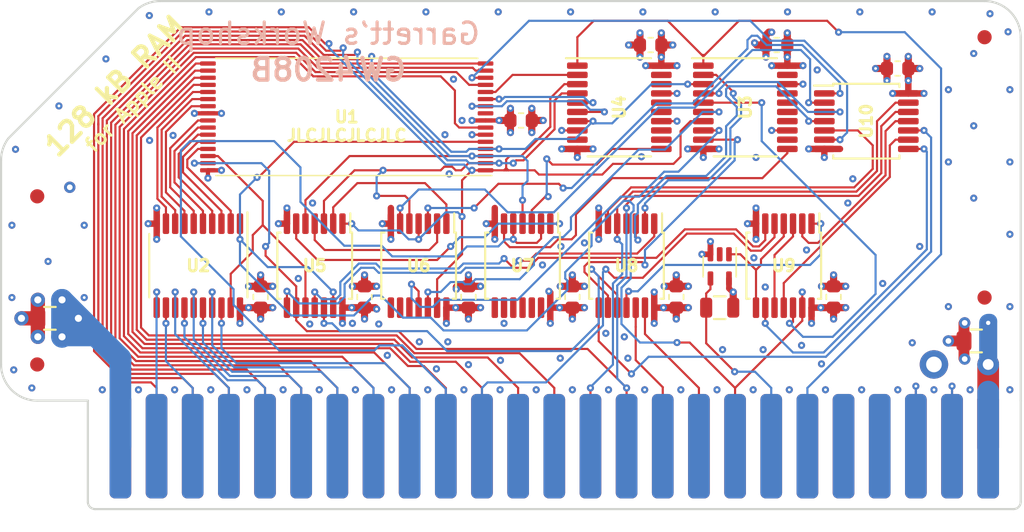
<source format=kicad_pcb>
(kicad_pcb (version 20171130) (host pcbnew "(5.1.5-0-10_14)")
  (layers (0 F.Cu signal) (1 In1.Cu power) (2 In2.Cu signal) (31 B.Cu power) (34 B.Paste user) (35 F.Paste user) (36 B.SilkS user) (37 F.SilkS user) (38 B.Mask user) (39 F.Mask user) (44 Edge.Cuts user))
  (net 0 "")
  (net 1 +5V)
  (net 2 GND)
  (net 3 /A4)
  (net 4 /D7)
  (net 5 /D6)
  (net 6 /A8)
  (net 7 /A7)
  (net 8 /A6)
  (net 9 /A5)
  (net 10 /A3)
  (net 11 /A2)
  (net 12 /A1)
  (net 13 /A0)
  (net 14 /A9)
  (net 15 /D1)
  (net 16 /D5)
  (net 17 /D0)
  (net 18 /D2)
  (net 19 /D3)
  (net 20 /D4)
  (net 21 /A10)
  (net 22 +12V)
  (net 23 -12V)
  (net 24 -5V)
  (net 25 /~IOSEL~)
  (net 26 /A11)
  (net 27 /A12)
  (net 28 /A13)
  (net 29 /A14)
  (net 30 /A15)
  (net 31 /~IOSTRB~)
  (net 32 /RDY)
  (net 33 /DMA)
  (net 34 /~NMI~)
  (net 35 /~IRQ~)
  (net 36 /~RES~)
  (net 37 /~INH~)
  (net 38 /COLORREF)
  (net 39 /7M)
  (net 40 /Q3)
  (net 41 /PHI1)
  (net 42 /USER1)
  (net 43 /PHI0)
  (net 44 /~DEVSEL~)
  (net 45 /INTin)
  (net 46 /DMAin)
  (net 47 /VIDSYNC)
  (net 48 /R~CS~)
  (net 49 /RA15)
  (net 50 /RA16)
  (net 51 /RA14)
  (net 52 /RA12)
  (net 53 /RD7)
  (net 54 /RD6)
  (net 55 /RD5)
  (net 56 /RD4)
  (net 57 /RD3)
  (net 58 /RD2)
  (net 59 /RD1)
  (net 60 /RD0)
  (net 61 /BankAB)
  (net 62 /ENWR1)
  (net 63 /ENRD)
  (net 64 /ENWR)
  (net 65 "Net-(U1-Pad9)")
  (net 66 /ENWR1A0)
  (net 67 "Net-(U3-Pad12)")
  (net 68 /~A0XOR1~)
  (net 69 "Net-(U5-Pad2)")
  (net 70 "Net-(U5-Pad4)")
  (net 71 "Net-(U5-Pad6)")
  (net 72 "Net-(U5-Pad8)")
  (net 73 /RCS)
  (net 74 "Net-(U5-Pad12)")
  (net 75 "Net-(U10-Pad1)")
  (net 76 "Net-(U10-Pad2)")
  (net 77 "Net-(U10-Pad4)")
  (net 78 "Net-(U10-Pad5)")
  (net 79 "Net-(U10-Pad10)")
  (net 80 "Net-(U8-Pad11)")
  (net 81 "Net-(U10-Pad9)")
  (net 82 "Net-(U9-Pad10)")
  (net 83 "Net-(U10-Pad8)")
  (net 84 /INHOE)
  (net 85 "Net-(U10-Pad11)")
  (net 86 "Net-(U3-Pad15)")
  (net 87 "Net-(U4-Pad15)")
  (net 88 "Net-(U3-Pad16)")
  (net 89 "Net-(U4-Pad16)")
  (net 90 "Net-(U4-Pad12)")
  (net 91 "Net-(U4-Pad9)")
  (net 92 "Net-(U3-Pad19)")
  (net 93 "Net-(U4-Pad19)")
  (net 94 "Net-(U7-Pad11)")
  (net 95 "Net-(U7-Pad8)")
  (net 96 "Net-(U6-Pad8)")
  (net 97 /~A2~clk)
  (net 98 /A2clk)
  (net 99 /R~W~)
  (module stdpads:C_0805 (layer F.Cu) (at 136.31 127.889 180)
    (fp_text reference C11)
    (fp_text value 10u)
    (pad 2 smd roundrect (at 0.85 0 180) (size 1.05 1.4) (layers F.Cu F.Paste F.Mask) (net 2 GND))
    (pad 1 smd roundrect (at -0.85 0 180) (size 1.05 1.4) (layers F.Cu F.Paste F.Mask) (net 1 +5V))
  )
  (module stdpads:C_0805 (layer F.Cu) (at 71.25 126.3 180)
    (fp_text reference C12)
    (fp_text value 10u)
    (pad 2 smd roundrect (at 0.85 0 180) (size 1.05 1.4) (layers F.Cu F.Paste F.Mask) (net 2 GND))
    (pad 1 smd roundrect (at -0.85 0 180) (size 1.05 1.4) (layers F.Cu F.Paste F.Mask) (net 22 +12V))
  )
  (module stdpads:R_0805 (layer F.Cu) (at 118.3 125.55 180)
    (fp_text reference R1)
    (fp_text value 3k3)
    (pad 2 smd roundrect (at 0.95 0 180) (size 0.85 1.4) (layers F.Cu F.Paste F.Mask) (net 37 /~INH~))
    (pad 1 smd roundrect (at -0.95 0 180) (size 0.85 1.4) (layers F.Cu F.Paste F.Mask) (net 1 +5V))
  )
  (module stdpads:PasteHole_1.152mm_NPTH (layer F.Cu) (at 136.906 122.301 270)
    (fp_text reference H5)
    (fp_text value " " hide)
    (pad "" np_thru_hole circle (at 0 0 270) (size 1.152 1.152) (drill 1.152) (layers *.Cu *.Mask))
  )
  (module stdpads:SOT-353 (layer F.Cu) (at 118.3 122.65 90)
    (fp_text reference U11)
    (fp_text value 74AHCT1G126GW)
    (pad 5 smd roundrect (at -0.85 0.65 270) (size 1 0.4) (layers F.Cu F.Paste F.Mask) (net 1 +5V))
    (pad 4 smd roundrect (at -0.85 -0.65 270) (size 1 0.4) (layers F.Cu F.Paste F.Mask) (net 37 /~INH~))
    (pad 2 smd roundrect (at 0.85 0 270) (size 1 0.4) (layers F.Cu F.Paste F.Mask) (net 2 GND))
    (pad 1 smd roundrect (at 0.85 0.65 270) (size 1 0.4) (layers F.Cu F.Paste F.Mask) (net 84 /INHOE))
    (pad 3 smd roundrect (at 0.85 -0.65 270) (size 1 0.4) (layers F.Cu F.Paste F.Mask) (net 2 GND))
  )
  (module stdpads:TSSOP-14_4.4x5mm_P0.65mm (layer F.Cu) (at 104.45 122.6 180)
    (fp_text reference U7)
    (fp_text value 74HCT32PW)
    (fp_text user %R (at 0 0 180) (layer F.SilkS) (effects (font (size 0.8128 0.8128) (thickness 0.2032))))
    (pad 14 smd roundrect (at -1.95 -2.95 270) (size 1.45 0.45) (layers F.Cu F.Paste F.Mask) (net 1 +5V))
    (pad 13 smd roundrect (at -1.3 -2.95 270) (size 1.45 0.45) (layers F.Cu F.Paste F.Mask) (net 2 GND))
    (pad 12 smd roundrect (at -0.65 -2.95 270) (size 1.45 0.45) (layers F.Cu F.Paste F.Mask) (net 2 GND))
    (pad 11 smd roundrect (at 0 -2.95 270) (size 1.45 0.45) (layers F.Cu F.Paste F.Mask) (net 94 "Net-(U7-Pad11)"))
    (pad 10 smd roundrect (at 0.65 -2.95 270) (size 1.45 0.45) (layers F.Cu F.Paste F.Mask) (net 2 GND))
    (pad 9 smd roundrect (at 1.3 -2.95 270) (size 1.45 0.45) (layers F.Cu F.Paste F.Mask) (net 2 GND))
    (pad 8 smd roundrect (at 1.95 -2.95 270) (size 1.45 0.45) (layers F.Cu F.Paste F.Mask) (net 95 "Net-(U7-Pad8)"))
    (pad 7 smd roundrect (at 1.95 2.95 270) (size 1.45 0.45) (layers F.Cu F.Paste F.Mask) (net 2 GND))
    (pad 6 smd roundrect (at 1.3 2.95 270) (size 1.45 0.45) (layers F.Cu F.Paste F.Mask) (net 97 /~A2~clk))
    (pad 5 smd roundrect (at 0.65 2.95 270) (size 1.45 0.45) (layers F.Cu F.Paste F.Mask) (net 44 /~DEVSEL~))
    (pad 4 smd roundrect (at 0 2.95 270) (size 1.45 0.45) (layers F.Cu F.Paste F.Mask) (net 11 /A2))
    (pad 3 smd roundrect (at -0.65 2.95 270) (size 1.45 0.45) (layers F.Cu F.Paste F.Mask) (net 98 /A2clk))
    (pad 2 smd roundrect (at -1.3 2.95 270) (size 1.45 0.45) (layers F.Cu F.Paste F.Mask) (net 44 /~DEVSEL~))
    (pad 1 smd roundrect (at -1.95 2.95 270) (size 1.45 0.45) (layers F.Cu F.Paste F.Mask) (net 71 "Net-(U5-Pad6)"))
  )
  (module stdpads:TSSOP-14_4.4x5mm_P0.65mm (layer F.Cu) (at 97.15 122.6 180)
    (fp_text reference U6)
    (fp_text value 74HCT08PW)
    (fp_text user %R (at 0 0 180) (layer F.SilkS) (effects (font (size 0.8128 0.8128) (thickness 0.2032))))
    (pad 1 smd roundrect (at -1.95 2.95 270) (size 1.45 0.45) (layers F.Cu F.Paste F.Mask) (net 69 "Net-(U5-Pad2)"))
    (pad 2 smd roundrect (at -1.3 2.95 270) (size 1.45 0.45) (layers F.Cu F.Paste F.Mask) (net 70 "Net-(U5-Pad4)"))
    (pad 3 smd roundrect (at -0.65 2.95 270) (size 1.45 0.45) (layers F.Cu F.Paste F.Mask) (net 75 "Net-(U10-Pad1)"))
    (pad 4 smd roundrect (at 0 2.95 270) (size 1.45 0.45) (layers F.Cu F.Paste F.Mask) (net 13 /A0))
    (pad 5 smd roundrect (at 0.65 2.95 270) (size 1.45 0.45) (layers F.Cu F.Paste F.Mask) (net 12 /A1))
    (pad 6 smd roundrect (at 1.3 2.95 270) (size 1.45 0.45) (layers F.Cu F.Paste F.Mask) (net 76 "Net-(U10-Pad2)"))
    (pad 7 smd roundrect (at 1.95 2.95 270) (size 1.45 0.45) (layers F.Cu F.Paste F.Mask) (net 2 GND))
    (pad 8 smd roundrect (at 1.95 -2.95 270) (size 1.45 0.45) (layers F.Cu F.Paste F.Mask) (net 96 "Net-(U6-Pad8)"))
    (pad 9 smd roundrect (at 1.3 -2.95 270) (size 1.45 0.45) (layers F.Cu F.Paste F.Mask) (net 2 GND))
    (pad 10 smd roundrect (at 0.65 -2.95 270) (size 1.45 0.45) (layers F.Cu F.Paste F.Mask) (net 2 GND))
    (pad 11 smd roundrect (at 0 -2.95 270) (size 1.45 0.45) (layers F.Cu F.Paste F.Mask) (net 66 /ENWR1A0))
    (pad 12 smd roundrect (at -0.65 -2.95 270) (size 1.45 0.45) (layers F.Cu F.Paste F.Mask) (net 62 /ENWR1))
    (pad 13 smd roundrect (at -1.3 -2.95 270) (size 1.45 0.45) (layers F.Cu F.Paste F.Mask) (net 13 /A0))
    (pad 14 smd roundrect (at -1.95 -2.95 270) (size 1.45 0.45) (layers F.Cu F.Paste F.Mask) (net 1 +5V))
  )
  (module stdpads:TSSOP-14_4.4x5mm_P0.65mm (layer F.Cu) (at 128.6 112.45 270)
    (fp_text reference U10)
    (fp_text value 74HCT32PW)
    (fp_text user %R (at 0 0 270) (layer F.SilkS) (effects (font (size 0.8128 0.8128) (thickness 0.2032))))
    (pad 14 smd roundrect (at -1.95 -2.95) (size 1.45 0.45) (layers F.Cu F.Paste F.Mask) (net 1 +5V))
    (pad 13 smd roundrect (at -1.3 -2.95) (size 1.45 0.45) (layers F.Cu F.Paste F.Mask) (net 27 /A12))
    (pad 12 smd roundrect (at -0.65 -2.95) (size 1.45 0.45) (layers F.Cu F.Paste F.Mask) (net 28 /A13))
    (pad 11 smd roundrect (at 0 -2.95) (size 1.45 0.45) (layers F.Cu F.Paste F.Mask) (net 85 "Net-(U10-Pad11)"))
    (pad 10 smd roundrect (at 0.65 -2.95) (size 1.45 0.45) (layers F.Cu F.Paste F.Mask) (net 79 "Net-(U10-Pad10)"))
    (pad 9 smd roundrect (at 1.3 -2.95) (size 1.45 0.45) (layers F.Cu F.Paste F.Mask) (net 81 "Net-(U10-Pad9)"))
    (pad 8 smd roundrect (at 1.95 -2.95) (size 1.45 0.45) (layers F.Cu F.Paste F.Mask) (net 83 "Net-(U10-Pad8)"))
    (pad 7 smd roundrect (at 1.95 2.95) (size 1.45 0.45) (layers F.Cu F.Paste F.Mask) (net 2 GND))
    (pad 6 smd roundrect (at 1.3 2.95) (size 1.45 0.45) (layers F.Cu F.Paste F.Mask) (net 52 /RA12))
    (pad 5 smd roundrect (at 0.65 2.95) (size 1.45 0.45) (layers F.Cu F.Paste F.Mask) (net 78 "Net-(U10-Pad5)"))
    (pad 4 smd roundrect (at 0 2.95) (size 1.45 0.45) (layers F.Cu F.Paste F.Mask) (net 77 "Net-(U10-Pad4)"))
    (pad 3 smd roundrect (at -0.65 2.95) (size 1.45 0.45) (layers F.Cu F.Paste F.Mask) (net 68 /~A0XOR1~))
    (pad 2 smd roundrect (at -1.3 2.95) (size 1.45 0.45) (layers F.Cu F.Paste F.Mask) (net 76 "Net-(U10-Pad2)"))
    (pad 1 smd roundrect (at -1.95 2.95) (size 1.45 0.45) (layers F.Cu F.Paste F.Mask) (net 75 "Net-(U10-Pad1)"))
  )
  (module stdpads:C_0603 (layer F.Cu) (at 107.95 124.8 90)
    (fp_text reference C7)
    (fp_text value 2u2)
    (pad 1 smd roundrect (at -0.75 0 90) (size 0.85 0.95) (layers F.Cu F.Paste F.Mask) (net 1 +5V))
    (pad 2 smd roundrect (at 0.75 0 90) (size 0.85 0.95) (layers F.Cu F.Paste F.Mask) (net 2 GND))
  )
  (module stdpads:TSOP-I-32_18.4x8mm_P0.5mm (layer F.Cu) (at 92.1 112.15 180)
    (fp_text reference U1)
    (fp_text value 621024)
    (fp_text user %R (at 0 0) (layer F.SilkS) (effects (font (size 0.8128 0.8128) (thickness 0.2032))))
    (pad 32 smd roundrect (at 9.75 -3.75 180) (size 1.1 0.3) (layers F.Cu F.Paste F.Mask) (net 2 GND))
    (pad 31 smd roundrect (at 9.75 -3.25 180) (size 1.1 0.3) (layers F.Cu F.Paste F.Mask) (net 28 /A13))
    (pad 30 smd roundrect (at 9.75 -2.75 180) (size 1.1 0.3) (layers F.Cu F.Paste F.Mask) (net 48 /R~CS~))
    (pad 29 smd roundrect (at 9.75 -2.25 180) (size 1.1 0.3) (layers F.Cu F.Paste F.Mask) (net 57 /RD3))
    (pad 28 smd roundrect (at 9.75 -1.75 180) (size 1.1 0.3) (layers F.Cu F.Paste F.Mask) (net 58 /RD2))
    (pad 27 smd roundrect (at 9.75 -1.25 180) (size 1.1 0.3) (layers F.Cu F.Paste F.Mask) (net 59 /RD1))
    (pad 26 smd roundrect (at 9.75 -0.75 180) (size 1.1 0.3) (layers F.Cu F.Paste F.Mask) (net 60 /RD0))
    (pad 25 smd roundrect (at 9.75 -0.25 180) (size 1.1 0.3) (layers F.Cu F.Paste F.Mask) (net 53 /RD7))
    (pad 24 smd roundrect (at 9.75 0.25 180) (size 1.1 0.3) (layers F.Cu F.Paste F.Mask) (net 2 GND))
    (pad 23 smd roundrect (at 9.75 0.75 180) (size 1.1 0.3) (layers F.Cu F.Paste F.Mask) (net 54 /RD6))
    (pad 22 smd roundrect (at 9.75 1.25 180) (size 1.1 0.3) (layers F.Cu F.Paste F.Mask) (net 55 /RD5))
    (pad 21 smd roundrect (at 9.75 1.75 180) (size 1.1 0.3) (layers F.Cu F.Paste F.Mask) (net 56 /RD4))
    (pad 20 smd roundrect (at 9.75 2.25 180) (size 1.1 0.3) (layers F.Cu F.Paste F.Mask) (net 26 /A11))
    (pad 19 smd roundrect (at 9.75 2.75 180) (size 1.1 0.3) (layers F.Cu F.Paste F.Mask) (net 21 /A10))
    (pad 18 smd roundrect (at 9.75 3.25 180) (size 1.1 0.3) (layers F.Cu F.Paste F.Mask) (net 14 /A9))
    (pad 16 smd roundrect (at -9.75 3.75 180) (size 1.1 0.3) (layers F.Cu F.Paste F.Mask) (net 3 /A4))
    (pad 15 smd roundrect (at -9.75 3.25 180) (size 1.1 0.3) (layers F.Cu F.Paste F.Mask) (net 9 /A5))
    (pad 14 smd roundrect (at -9.75 2.75 180) (size 1.1 0.3) (layers F.Cu F.Paste F.Mask) (net 52 /RA12))
    (pad 13 smd roundrect (at -9.75 2.25 180) (size 1.1 0.3) (layers F.Cu F.Paste F.Mask) (net 8 /A6))
    (pad 12 smd roundrect (at -9.75 1.75 180) (size 1.1 0.3) (layers F.Cu F.Paste F.Mask) (net 51 /RA14))
    (pad 11 smd roundrect (at -9.75 1.25 180) (size 1.1 0.3) (layers F.Cu F.Paste F.Mask) (net 49 /RA15))
    (pad 10 smd roundrect (at -9.75 0.75 180) (size 1.1 0.3) (layers F.Cu F.Paste F.Mask) (net 50 /RA16))
    (pad 9 smd roundrect (at -9.75 0.25 180) (size 1.1 0.3) (layers F.Cu F.Paste F.Mask) (net 65 "Net-(U1-Pad9)"))
    (pad 8 smd roundrect (at -9.75 -0.25 180) (size 1.1 0.3) (layers F.Cu F.Paste F.Mask) (net 1 +5V))
    (pad 7 smd roundrect (at -9.75 -0.75 180) (size 1.1 0.3) (layers F.Cu F.Paste F.Mask) (net 7 /A7))
    (pad 6 smd roundrect (at -9.75 -1.25 180) (size 1.1 0.3) (layers F.Cu F.Paste F.Mask) (net 1 +5V))
    (pad 5 smd roundrect (at -9.75 -1.75 180) (size 1.1 0.3) (layers F.Cu F.Paste F.Mask) (net 99 /R~W~))
    (pad 4 smd roundrect (at -9.75 -2.25 180) (size 1.1 0.3) (layers F.Cu F.Paste F.Mask) (net 10 /A3))
    (pad 3 smd roundrect (at -9.75 -2.75 180) (size 1.1 0.3) (layers F.Cu F.Paste F.Mask) (net 11 /A2))
    (pad 2 smd roundrect (at -9.75 -3.25 180) (size 1.1 0.3) (layers F.Cu F.Paste F.Mask) (net 12 /A1))
    (pad 17 smd roundrect (at 9.75 3.75 180) (size 1.1 0.3) (layers F.Cu F.Paste F.Mask) (net 6 /A8))
    (pad 1 smd roundrect (at -9.75 -3.75 180) (size 1.1 0.3) (layers F.Cu F.Paste F.Mask) (net 13 /A0))
  )
  (module stdpads:C_0603 (layer F.Cu) (at 86.05 124.8 90)
    (fp_text reference C2)
    (fp_text value 2u2)
    (pad 2 smd roundrect (at 0.75 0 90) (size 0.85 0.95) (layers F.Cu F.Paste F.Mask) (net 2 GND))
    (pad 1 smd roundrect (at -0.75 0 90) (size 0.85 0.95) (layers F.Cu F.Paste F.Mask) (net 1 +5V))
  )
  (module stdpads:C_0603 (layer F.Cu) (at 126.3 124.8 90)
    (fp_text reference C9)
    (fp_text value 2u2)
    (pad 1 smd roundrect (at -0.75 0 90) (size 0.85 0.95) (layers F.Cu F.Paste F.Mask) (net 1 +5V))
    (pad 2 smd roundrect (at 0.75 0 90) (size 0.85 0.95) (layers F.Cu F.Paste F.Mask) (net 2 GND))
  )
  (module stdpads:C_0603 (layer F.Cu) (at 115.25 124.8 90)
    (fp_text reference C8)
    (fp_text value 2u2)
    (pad 2 smd roundrect (at 0.75 0 90) (size 0.85 0.95) (layers F.Cu F.Paste F.Mask) (net 2 GND))
    (pad 1 smd roundrect (at -0.75 0 90) (size 0.85 0.95) (layers F.Cu F.Paste F.Mask) (net 1 +5V))
  )
  (module stdpads:C_0603 (layer F.Cu) (at 93.35 124.8 90)
    (fp_text reference C5)
    (fp_text value 2u2)
    (pad 1 smd roundrect (at -0.75 0 90) (size 0.85 0.95) (layers F.Cu F.Paste F.Mask) (net 1 +5V))
    (pad 2 smd roundrect (at 0.75 0 90) (size 0.85 0.95) (layers F.Cu F.Paste F.Mask) (net 2 GND))
  )
  (module stdpads:AppleIIBus_Edge (layer F.Cu) (at 106.68 135.382)
    (fp_text reference J1 hide)
    (fp_text value AppleIIBus)
    (pad 26 smd roundrect (at 30.48 -0.1 180) (size 1.524 7.34) (layers B.Cu B.Mask) (net 2 GND))
    (pad 27 smd roundrect (at 27.94 -0.1 180) (size 1.524 7.34) (layers B.Cu B.Mask) (net 46 /DMAin))
    (pad 28 smd roundrect (at 25.4 -0.1 180) (size 1.524 7.34) (layers B.Cu B.Mask) (net 45 /INTin))
    (pad 50 smd roundrect (at -30.48 -0.1 180) (size 1.524 7.34) (layers B.Cu B.Mask) (net 22 +12V))
    (pad 49 smd roundrect (at -27.94 -0.1 180) (size 1.524 7.34) (layers B.Cu B.Mask) (net 17 /D0))
    (pad 48 smd roundrect (at -25.4 -0.1 180) (size 1.524 7.34) (layers B.Cu B.Mask) (net 15 /D1))
    (pad 47 smd roundrect (at -22.86 -0.1 180) (size 1.524 7.34) (layers B.Cu B.Mask) (net 18 /D2))
    (pad 46 smd roundrect (at -20.32 -0.1 180) (size 1.524 7.34) (layers B.Cu B.Mask) (net 19 /D3))
    (pad 45 smd roundrect (at -17.78 -0.1 180) (size 1.524 7.34) (layers B.Cu B.Mask) (net 20 /D4))
    (pad 44 smd roundrect (at -15.24 -0.1 180) (size 1.524 7.34) (layers B.Cu B.Mask) (net 16 /D5))
    (pad 43 smd roundrect (at -12.7 -0.1 180) (size 1.524 7.34) (layers B.Cu B.Mask) (net 5 /D6))
    (pad 42 smd roundrect (at -10.16 -0.1 180) (size 1.524 7.34) (layers B.Cu B.Mask) (net 4 /D7))
    (pad 41 smd roundrect (at -7.62 -0.1 180) (size 1.524 7.34) (layers B.Cu B.Mask) (net 44 /~DEVSEL~))
    (pad 40 smd roundrect (at -5.08 -0.1 180) (size 1.524 7.34) (layers B.Cu B.Mask) (net 43 /PHI0))
    (pad 39 smd roundrect (at -2.54 -0.1 180) (size 1.524 7.34) (layers B.Cu B.Mask) (net 42 /USER1))
    (pad 38 smd roundrect (at 0 -0.1 180) (size 1.524 7.34) (layers B.Cu B.Mask) (net 41 /PHI1))
    (pad 37 smd roundrect (at 2.54 -0.1 180) (size 1.524 7.34) (layers B.Cu B.Mask) (net 40 /Q3))
    (pad 36 smd roundrect (at 5.08 -0.1 180) (size 1.524 7.34) (layers B.Cu B.Mask) (net 39 /7M))
    (pad 35 smd roundrect (at 7.62 -0.1 180) (size 1.524 7.34) (layers B.Cu B.Mask) (net 38 /COLORREF))
    (pad 34 smd roundrect (at 10.16 -0.1 180) (size 1.524 7.34) (layers B.Cu B.Mask) (net 24 -5V))
    (pad 33 smd roundrect (at 12.7 -0.1 180) (size 1.524 7.34) (layers B.Cu B.Mask) (net 23 -12V))
    (pad 32 smd roundrect (at 15.24 -0.1 180) (size 1.524 7.34) (layers B.Cu B.Mask) (net 37 /~INH~))
    (pad 31 smd roundrect (at 17.78 -0.1 180) (size 1.524 7.34) (layers B.Cu B.Mask) (net 36 /~RES~))
    (pad 30 smd roundrect (at 20.32 -0.1 180) (size 1.524 7.34) (layers B.Cu B.Mask) (net 35 /~IRQ~))
    (pad 29 smd roundrect (at 22.86 -0.1 180) (size 1.524 7.34) (layers B.Cu B.Mask) (net 34 /~NMI~))
    (pad 25 smd roundrect (at 30.48 -0.1 180) (size 1.524 7.34) (layers F.Cu F.Mask) (net 1 +5V))
    (pad 24 smd roundrect (at 27.94 -0.1 180) (size 1.524 7.34) (layers F.Cu F.Mask) (net 46 /DMAin))
    (pad 23 smd roundrect (at 25.4 -0.1 180) (size 1.524 7.34) (layers F.Cu F.Mask) (net 45 /INTin))
    (pad 22 smd roundrect (at 22.86 -0.1 180) (size 1.524 7.34) (layers F.Cu F.Mask) (net 33 /DMA))
    (pad 21 smd roundrect (at 20.32 -0.1 180) (size 1.524 7.34) (layers F.Cu F.Mask) (net 32 /RDY))
    (pad 20 smd roundrect (at 17.78 -0.1 180) (size 1.524 7.34) (layers F.Cu F.Mask) (net 31 /~IOSTRB~))
    (pad 19 smd roundrect (at 15.24 -0.1 180) (size 1.524 7.34) (layers F.Cu F.Mask) (net 47 /VIDSYNC))
    (pad 18 smd roundrect (at 12.7 -0.1 180) (size 1.524 7.34) (layers F.Cu F.Mask) (net 99 /R~W~))
    (pad 17 smd roundrect (at 10.16 -0.1 180) (size 1.524 7.34) (layers F.Cu F.Mask) (net 30 /A15))
    (pad 16 smd roundrect (at 7.62 -0.1 180) (size 1.524 7.34) (layers F.Cu F.Mask) (net 29 /A14))
    (pad 15 smd roundrect (at 5.08 -0.1 180) (size 1.524 7.34) (layers F.Cu F.Mask) (net 28 /A13))
    (pad 14 smd roundrect (at 2.54 -0.1 180) (size 1.524 7.34) (layers F.Cu F.Mask) (net 27 /A12))
    (pad 13 smd roundrect (at 0 -0.1 180) (size 1.524 7.34) (layers F.Cu F.Mask) (net 26 /A11))
    (pad 12 smd roundrect (at -2.54 -0.1 180) (size 1.524 7.34) (layers F.Cu F.Mask) (net 21 /A10))
    (pad 11 smd roundrect (at -5.08 -0.1 180) (size 1.524 7.34) (layers F.Cu F.Mask) (net 14 /A9))
    (pad 10 smd roundrect (at -7.62 -0.1 180) (size 1.524 7.34) (layers F.Cu F.Mask) (net 6 /A8))
    (pad 9 smd roundrect (at -10.16 -0.1 180) (size 1.524 7.34) (layers F.Cu F.Mask) (net 7 /A7))
    (pad 8 smd roundrect (at -12.7 -0.1 180) (size 1.524 7.34) (layers F.Cu F.Mask) (net 8 /A6))
    (pad 7 smd roundrect (at -15.24 -0.1 180) (size 1.524 7.34) (layers F.Cu F.Mask) (net 9 /A5))
    (pad 6 smd roundrect (at -17.78 -0.1 180) (size 1.524 7.34) (layers F.Cu F.Mask) (net 3 /A4))
    (pad 5 smd roundrect (at -20.32 -0.1 180) (size 1.524 7.34) (layers F.Cu F.Mask) (net 10 /A3))
    (pad 4 smd roundrect (at -22.86 -0.1 180) (size 1.524 7.34) (layers F.Cu F.Mask) (net 11 /A2))
    (pad 3 smd roundrect (at -25.4 -0.1 180) (size 1.524 7.34) (layers F.Cu F.Mask) (net 12 /A1))
    (pad 2 smd roundrect (at -27.94 -0.1 180) (size 1.524 7.34) (layers F.Cu F.Mask) (net 13 /A0))
    (pad 1 smd roundrect (at -30.48 -0.1 180) (size 1.524 7.34) (layers F.Cu F.Mask) (net 25 /~IOSEL~))
  )
  (module stdpads:Fiducial (layer F.Cu) (at 70.358 117.729 90)
    (fp_text reference FID2 hide)
    (fp_text value Fiducial hide)
    (pad ~ smd circle (at 0 0 90) (size 1 1) (layers F.Cu F.Mask) (clearance 0.575))
  )
  (module stdpads:Fiducial (layer F.Cu) (at 136.906 106.553 270)
    (fp_text reference FID3 hide)
    (fp_text value Fiducial hide)
    (pad ~ smd circle (at 0 0 270) (size 1 1) (layers F.Cu F.Mask) (clearance 0.575))
  )
  (module stdpads:Fiducial (layer F.Cu) (at 70.358 129.54)
    (fp_text reference FID1 hide)
    (fp_text value Fiducial hide)
    (pad ~ smd circle (at 0 0) (size 1 1) (layers F.Cu F.Mask) (clearance 0.575))
  )
  (module stdpads:Fiducial (layer F.Cu) (at 136.906 124.841)
    (fp_text reference FID4 hide)
    (fp_text value Fiducial hide)
    (pad ~ smd circle (at 0 0) (size 1 1) (layers F.Cu F.Mask) (clearance 0.575))
  )
  (module stdpads:TSSOP-20_4.4x6.5mm_P0.65mm (layer F.Cu) (at 81.675 122.6 180)
    (fp_text reference U2)
    (fp_text value 74HCT245PW)
    (fp_text user %R (at 0 0) (layer F.SilkS) (effects (font (size 0.8128 0.8128) (thickness 0.2032))))
    (pad 1 smd roundrect (at -2.925 2.95 270) (size 1.45 0.45) (layers F.Cu F.Paste F.Mask) (net 99 /R~W~))
    (pad 2 smd roundrect (at -2.275 2.95 270) (size 1.45 0.45) (layers F.Cu F.Paste F.Mask) (net 57 /RD3))
    (pad 3 smd roundrect (at -1.625 2.95 270) (size 1.45 0.45) (layers F.Cu F.Paste F.Mask) (net 58 /RD2))
    (pad 4 smd roundrect (at -0.975 2.95 270) (size 1.45 0.45) (layers F.Cu F.Paste F.Mask) (net 59 /RD1))
    (pad 5 smd roundrect (at -0.325 2.95 270) (size 1.45 0.45) (layers F.Cu F.Paste F.Mask) (net 60 /RD0))
    (pad 6 smd roundrect (at 0.325 2.95 270) (size 1.45 0.45) (layers F.Cu F.Paste F.Mask) (net 53 /RD7))
    (pad 7 smd roundrect (at 0.975 2.95 270) (size 1.45 0.45) (layers F.Cu F.Paste F.Mask) (net 54 /RD6))
    (pad 8 smd roundrect (at 1.625 2.95 270) (size 1.45 0.45) (layers F.Cu F.Paste F.Mask) (net 55 /RD5))
    (pad 9 smd roundrect (at 2.275 2.95 270) (size 1.45 0.45) (layers F.Cu F.Paste F.Mask) (net 56 /RD4))
    (pad 10 smd roundrect (at 2.925 2.95 270) (size 1.45 0.45) (layers F.Cu F.Paste F.Mask) (net 2 GND))
    (pad 11 smd roundrect (at 2.925 -2.95 270) (size 1.45 0.45) (layers F.Cu F.Paste F.Mask) (net 17 /D0))
    (pad 12 smd roundrect (at 2.275 -2.95 270) (size 1.45 0.45) (layers F.Cu F.Paste F.Mask) (net 15 /D1))
    (pad 13 smd roundrect (at 1.625 -2.95 270) (size 1.45 0.45) (layers F.Cu F.Paste F.Mask) (net 18 /D2))
    (pad 14 smd roundrect (at 0.975 -2.95 270) (size 1.45 0.45) (layers F.Cu F.Paste F.Mask) (net 19 /D3))
    (pad 15 smd roundrect (at 0.325 -2.95 270) (size 1.45 0.45) (layers F.Cu F.Paste F.Mask) (net 20 /D4))
    (pad 16 smd roundrect (at -0.325 -2.95 270) (size 1.45 0.45) (layers F.Cu F.Paste F.Mask) (net 16 /D5))
    (pad 17 smd roundrect (at -0.975 -2.95 270) (size 1.45 0.45) (layers F.Cu F.Paste F.Mask) (net 5 /D6))
    (pad 18 smd roundrect (at -1.625 -2.95 270) (size 1.45 0.45) (layers F.Cu F.Paste F.Mask) (net 4 /D7))
    (pad 19 smd roundrect (at -2.275 -2.95 270) (size 1.45 0.45) (layers F.Cu F.Paste F.Mask) (net 48 /R~CS~))
    (pad 20 smd roundrect (at -2.925 -2.95 270) (size 1.45 0.45) (layers F.Cu F.Paste F.Mask) (net 1 +5V))
  )
  (module stdpads:TSSOP-14_4.4x5mm_P0.65mm (layer F.Cu) (at 122.8 122.6 180)
    (fp_text reference U9)
    (fp_text value 74HCT08PW)
    (fp_text user %R (at 0 0 180) (layer F.SilkS) (effects (font (size 0.8128 0.8128) (thickness 0.2032))))
    (pad 1 smd roundrect (at -1.95 2.95 270) (size 1.45 0.45) (layers F.Cu F.Paste F.Mask) (net 80 "Net-(U8-Pad11)"))
    (pad 2 smd roundrect (at -1.3 2.95 270) (size 1.45 0.45) (layers F.Cu F.Paste F.Mask) (net 85 "Net-(U10-Pad11)"))
    (pad 3 smd roundrect (at -0.65 2.95 270) (size 1.45 0.45) (layers F.Cu F.Paste F.Mask) (net 82 "Net-(U9-Pad10)"))
    (pad 4 smd roundrect (at 0 2.95 270) (size 1.45 0.45) (layers F.Cu F.Paste F.Mask) (net 84 /INHOE))
    (pad 5 smd roundrect (at 0.65 2.95 270) (size 1.45 0.45) (layers F.Cu F.Paste F.Mask) (net 43 /PHI0))
    (pad 6 smd roundrect (at 1.3 2.95 270) (size 1.45 0.45) (layers F.Cu F.Paste F.Mask) (net 73 /RCS))
    (pad 7 smd roundrect (at 1.95 2.95 270) (size 1.45 0.45) (layers F.Cu F.Paste F.Mask) (net 2 GND))
    (pad 8 smd roundrect (at 1.95 -2.95 270) (size 1.45 0.45) (layers F.Cu F.Paste F.Mask) (net 84 /INHOE))
    (pad 9 smd roundrect (at 1.3 -2.95 270) (size 1.45 0.45) (layers F.Cu F.Paste F.Mask) (net 83 "Net-(U10-Pad8)"))
    (pad 10 smd roundrect (at 0.65 -2.95 270) (size 1.45 0.45) (layers F.Cu F.Paste F.Mask) (net 82 "Net-(U9-Pad10)"))
    (pad 11 smd roundrect (at 0 -2.95 270) (size 1.45 0.45) (layers F.Cu F.Paste F.Mask) (net 81 "Net-(U10-Pad9)"))
    (pad 12 smd roundrect (at -0.65 -2.95 270) (size 1.45 0.45) (layers F.Cu F.Paste F.Mask) (net 63 /ENRD))
    (pad 13 smd roundrect (at -1.3 -2.95 270) (size 1.45 0.45) (layers F.Cu F.Paste F.Mask) (net 99 /R~W~))
    (pad 14 smd roundrect (at -1.95 -2.95 270) (size 1.45 0.45) (layers F.Cu F.Paste F.Mask) (net 1 +5V))
  )
  (module stdpads:TSSOP-14_4.4x5mm_P0.65mm (layer F.Cu) (at 111.75 122.6 180)
    (fp_text reference U8)
    (fp_text value 74HCT08PW)
    (fp_text user %R (at 0 0 180) (layer F.SilkS) (effects (font (size 0.8128 0.8128) (thickness 0.2032))))
    (pad 1 smd roundrect (at -1.95 2.95 270) (size 1.45 0.45) (layers F.Cu F.Paste F.Mask) (net 72 "Net-(U5-Pad8)"))
    (pad 2 smd roundrect (at -1.3 2.95 270) (size 1.45 0.45) (layers F.Cu F.Paste F.Mask) (net 61 /BankAB))
    (pad 3 smd roundrect (at -0.65 2.95 270) (size 1.45 0.45) (layers F.Cu F.Paste F.Mask) (net 77 "Net-(U10-Pad4)"))
    (pad 4 smd roundrect (at 0 2.95 270) (size 1.45 0.45) (layers F.Cu F.Paste F.Mask) (net 28 /A13))
    (pad 5 smd roundrect (at 0.65 2.95 270) (size 1.45 0.45) (layers F.Cu F.Paste F.Mask) (net 27 /A12))
    (pad 6 smd roundrect (at 1.3 2.95 270) (size 1.45 0.45) (layers F.Cu F.Paste F.Mask) (net 78 "Net-(U10-Pad5)"))
    (pad 7 smd roundrect (at 1.95 2.95 270) (size 1.45 0.45) (layers F.Cu F.Paste F.Mask) (net 2 GND))
    (pad 8 smd roundrect (at 1.95 -2.95 270) (size 1.45 0.45) (layers F.Cu F.Paste F.Mask) (net 79 "Net-(U10-Pad10)"))
    (pad 9 smd roundrect (at 1.3 -2.95 270) (size 1.45 0.45) (layers F.Cu F.Paste F.Mask) (net 64 /ENWR))
    (pad 10 smd roundrect (at 0.65 -2.95 270) (size 1.45 0.45) (layers F.Cu F.Paste F.Mask) (net 74 "Net-(U5-Pad12)"))
    (pad 11 smd roundrect (at 0 -2.95 270) (size 1.45 0.45) (layers F.Cu F.Paste F.Mask) (net 80 "Net-(U8-Pad11)"))
    (pad 12 smd roundrect (at -0.65 -2.95 270) (size 1.45 0.45) (layers F.Cu F.Paste F.Mask) (net 29 /A14))
    (pad 13 smd roundrect (at -1.3 -2.95 270) (size 1.45 0.45) (layers F.Cu F.Paste F.Mask) (net 30 /A15))
    (pad 14 smd roundrect (at -1.95 -2.95 270) (size 1.45 0.45) (layers F.Cu F.Paste F.Mask) (net 1 +5V))
  )
  (module stdpads:TSSOP-14_4.4x5mm_P0.65mm (layer F.Cu) (at 89.85 122.6 180)
    (fp_text reference U5)
    (fp_text value 74HCT04PW)
    (fp_text user %R (at 0 0 180) (layer F.SilkS) (effects (font (size 0.8128 0.8128) (thickness 0.2032))))
    (pad 14 smd roundrect (at -1.95 -2.95 270) (size 1.45 0.45) (layers F.Cu F.Paste F.Mask) (net 1 +5V))
    (pad 13 smd roundrect (at -1.3 -2.95 270) (size 1.45 0.45) (layers F.Cu F.Paste F.Mask) (net 99 /R~W~))
    (pad 12 smd roundrect (at -0.65 -2.95 270) (size 1.45 0.45) (layers F.Cu F.Paste F.Mask) (net 74 "Net-(U5-Pad12)"))
    (pad 11 smd roundrect (at 0 -2.95 270) (size 1.45 0.45) (layers F.Cu F.Paste F.Mask) (net 73 /RCS))
    (pad 10 smd roundrect (at 0.65 -2.95 270) (size 1.45 0.45) (layers F.Cu F.Paste F.Mask) (net 48 /R~CS~))
    (pad 9 smd roundrect (at 1.3 -2.95 270) (size 1.45 0.45) (layers F.Cu F.Paste F.Mask) (net 28 /A13))
    (pad 8 smd roundrect (at 1.95 -2.95 270) (size 1.45 0.45) (layers F.Cu F.Paste F.Mask) (net 72 "Net-(U5-Pad8)"))
    (pad 7 smd roundrect (at 1.95 2.95 270) (size 1.45 0.45) (layers F.Cu F.Paste F.Mask) (net 2 GND))
    (pad 6 smd roundrect (at 1.3 2.95 270) (size 1.45 0.45) (layers F.Cu F.Paste F.Mask) (net 71 "Net-(U5-Pad6)"))
    (pad 5 smd roundrect (at 0.65 2.95 270) (size 1.45 0.45) (layers F.Cu F.Paste F.Mask) (net 11 /A2))
    (pad 4 smd roundrect (at 0 2.95 270) (size 1.45 0.45) (layers F.Cu F.Paste F.Mask) (net 70 "Net-(U5-Pad4)"))
    (pad 3 smd roundrect (at -0.65 2.95 270) (size 1.45 0.45) (layers F.Cu F.Paste F.Mask) (net 12 /A1))
    (pad 2 smd roundrect (at -1.3 2.95 270) (size 1.45 0.45) (layers F.Cu F.Paste F.Mask) (net 69 "Net-(U5-Pad2)"))
    (pad 1 smd roundrect (at -1.95 2.95 270) (size 1.45 0.45) (layers F.Cu F.Paste F.Mask) (net 13 /A0))
  )
  (module stdpads:C_0603 (layer F.Cu) (at 100.65 124.8 90)
    (fp_text reference C6)
    (fp_text value 2u2)
    (pad 2 smd roundrect (at 0.75 0 90) (size 0.85 0.95) (layers F.Cu F.Paste F.Mask) (net 2 GND))
    (pad 1 smd roundrect (at -0.75 0 90) (size 0.85 0.95) (layers F.Cu F.Paste F.Mask) (net 1 +5V))
  )
  (module stdpads:C_0603 (layer F.Cu) (at 130.8 108.75 180)
    (fp_text reference C10)
    (fp_text value 2u2)
    (pad 2 smd roundrect (at 0.75 0 180) (size 0.85 0.95) (layers F.Cu F.Paste F.Mask) (net 2 GND))
    (pad 1 smd roundrect (at -0.75 0 180) (size 0.85 0.95) (layers F.Cu F.Paste F.Mask) (net 1 +5V))
  )
  (module stdpads:C_0603 (layer F.Cu) (at 104.35 112.4)
    (fp_text reference C1)
    (fp_text value 2u2)
    (pad 1 smd roundrect (at -0.75 0) (size 0.85 0.95) (layers F.Cu F.Paste F.Mask) (net 1 +5V))
    (pad 2 smd roundrect (at 0.75 0) (size 0.85 0.95) (layers F.Cu F.Paste F.Mask) (net 2 GND))
  )
  (module stdpads:C_0603 (layer F.Cu) (at 113.45 107.1 180)
    (fp_text reference C4)
    (fp_text value 2u2)
    (pad 2 smd roundrect (at 0.75 0 180) (size 0.85 0.95) (layers F.Cu F.Paste F.Mask) (net 2 GND))
    (pad 1 smd roundrect (at -0.75 0 180) (size 0.85 0.95) (layers F.Cu F.Paste F.Mask) (net 1 +5V))
  )
  (module stdpads:C_0603 (layer F.Cu) (at 122.3 107.1 180)
    (fp_text reference C3)
    (fp_text value 2u2)
    (pad 2 smd roundrect (at 0.75 0 180) (size 0.85 0.95) (layers F.Cu F.Paste F.Mask) (net 2 GND))
    (pad 1 smd roundrect (at -0.75 0 180) (size 0.85 0.95) (layers F.Cu F.Paste F.Mask) (net 1 +5V))
  )
  (module stdpads:TSSOP-20_4.4x6.5mm_P0.65mm (layer F.Cu) (at 120.1 111.475 270)
    (fp_text reference U3)
    (fp_text value 74HCT273PW)
    (fp_text user %R (at 0 0 90) (layer F.SilkS) (effects (font (size 0.8128 0.8128) (thickness 0.2032))))
    (pad 20 smd roundrect (at -2.925 -2.95) (size 1.45 0.45) (layers F.Cu F.Paste F.Mask) (net 1 +5V))
    (pad 19 smd roundrect (at -2.275 -2.95) (size 1.45 0.45) (layers F.Cu F.Paste F.Mask) (net 92 "Net-(U3-Pad19)"))
    (pad 18 smd roundrect (at -1.625 -2.95) (size 1.45 0.45) (layers F.Cu F.Paste F.Mask) (net 2 GND))
    (pad 17 smd roundrect (at -0.975 -2.95) (size 1.45 0.45) (layers F.Cu F.Paste F.Mask) (net 2 GND))
    (pad 16 smd roundrect (at -0.325 -2.95) (size 1.45 0.45) (layers F.Cu F.Paste F.Mask) (net 88 "Net-(U3-Pad16)"))
    (pad 15 smd roundrect (at 0.325 -2.95) (size 1.45 0.45) (layers F.Cu F.Paste F.Mask) (net 86 "Net-(U3-Pad15)"))
    (pad 14 smd roundrect (at 0.975 -2.95) (size 1.45 0.45) (layers F.Cu F.Paste F.Mask) (net 2 GND))
    (pad 13 smd roundrect (at 1.625 -2.95) (size 1.45 0.45) (layers F.Cu F.Paste F.Mask) (net 2 GND))
    (pad 12 smd roundrect (at 2.275 -2.95) (size 1.45 0.45) (layers F.Cu F.Paste F.Mask) (net 67 "Net-(U3-Pad12)"))
    (pad 11 smd roundrect (at 2.925 -2.95) (size 1.45 0.45) (layers F.Cu F.Paste F.Mask) (net 97 /~A2~clk))
    (pad 10 smd roundrect (at 2.925 2.95) (size 1.45 0.45) (layers F.Cu F.Paste F.Mask) (net 2 GND))
    (pad 9 smd roundrect (at 2.275 2.95) (size 1.45 0.45) (layers F.Cu F.Paste F.Mask) (net 64 /ENWR))
    (pad 8 smd roundrect (at 1.625 2.95) (size 1.45 0.45) (layers F.Cu F.Paste F.Mask) (net 66 /ENWR1A0))
    (pad 7 smd roundrect (at 0.975 2.95) (size 1.45 0.45) (layers F.Cu F.Paste F.Mask) (net 13 /A0))
    (pad 6 smd roundrect (at 0.325 2.95) (size 1.45 0.45) (layers F.Cu F.Paste F.Mask) (net 62 /ENWR1))
    (pad 5 smd roundrect (at -0.325 2.95) (size 1.45 0.45) (layers F.Cu F.Paste F.Mask) (net 63 /ENRD))
    (pad 4 smd roundrect (at -0.975 2.95) (size 1.45 0.45) (layers F.Cu F.Paste F.Mask) (net 68 /~A0XOR1~))
    (pad 3 smd roundrect (at -1.625 2.95) (size 1.45 0.45) (layers F.Cu F.Paste F.Mask) (net 10 /A3))
    (pad 2 smd roundrect (at -2.275 2.95) (size 1.45 0.45) (layers F.Cu F.Paste F.Mask) (net 61 /BankAB))
    (pad 1 smd roundrect (at -2.925 2.95) (size 1.45 0.45) (layers F.Cu F.Paste F.Mask) (net 36 /~RES~))
  )
  (module stdpads:TSSOP-20_4.4x6.5mm_P0.65mm (layer F.Cu) (at 111.25 111.475 270)
    (fp_text reference U4)
    (fp_text value 74HCT273PW)
    (fp_text user %R (at 0 0 90) (layer F.SilkS) (effects (font (size 0.8128 0.8128) (thickness 0.2032))))
    (pad 1 smd roundrect (at -2.925 2.95) (size 1.45 0.45) (layers F.Cu F.Paste F.Mask) (net 36 /~RES~))
    (pad 2 smd roundrect (at -2.275 2.95) (size 1.45 0.45) (layers F.Cu F.Paste F.Mask) (net 51 /RA14))
    (pad 3 smd roundrect (at -1.625 2.95) (size 1.45 0.45) (layers F.Cu F.Paste F.Mask) (net 13 /A0))
    (pad 4 smd roundrect (at -0.975 2.95) (size 1.45 0.45) (layers F.Cu F.Paste F.Mask) (net 12 /A1))
    (pad 5 smd roundrect (at -0.325 2.95) (size 1.45 0.45) (layers F.Cu F.Paste F.Mask) (net 49 /RA15))
    (pad 6 smd roundrect (at 0.325 2.95) (size 1.45 0.45) (layers F.Cu F.Paste F.Mask) (net 50 /RA16))
    (pad 7 smd roundrect (at 0.975 2.95) (size 1.45 0.45) (layers F.Cu F.Paste F.Mask) (net 10 /A3))
    (pad 8 smd roundrect (at 1.625 2.95) (size 1.45 0.45) (layers F.Cu F.Paste F.Mask) (net 2 GND))
    (pad 9 smd roundrect (at 2.275 2.95) (size 1.45 0.45) (layers F.Cu F.Paste F.Mask) (net 91 "Net-(U4-Pad9)"))
    (pad 10 smd roundrect (at 2.925 2.95) (size 1.45 0.45) (layers F.Cu F.Paste F.Mask) (net 2 GND))
    (pad 11 smd roundrect (at 2.925 -2.95) (size 1.45 0.45) (layers F.Cu F.Paste F.Mask) (net 98 /A2clk))
    (pad 12 smd roundrect (at 2.275 -2.95) (size 1.45 0.45) (layers F.Cu F.Paste F.Mask) (net 90 "Net-(U4-Pad12)"))
    (pad 13 smd roundrect (at 1.625 -2.95) (size 1.45 0.45) (layers F.Cu F.Paste F.Mask) (net 2 GND))
    (pad 14 smd roundrect (at 0.975 -2.95) (size 1.45 0.45) (layers F.Cu F.Paste F.Mask) (net 2 GND))
    (pad 15 smd roundrect (at 0.325 -2.95) (size 1.45 0.45) (layers F.Cu F.Paste F.Mask) (net 87 "Net-(U4-Pad15)"))
    (pad 16 smd roundrect (at -0.325 -2.95) (size 1.45 0.45) (layers F.Cu F.Paste F.Mask) (net 89 "Net-(U4-Pad16)"))
    (pad 17 smd roundrect (at -0.975 -2.95) (size 1.45 0.45) (layers F.Cu F.Paste F.Mask) (net 2 GND))
    (pad 18 smd roundrect (at -1.625 -2.95) (size 1.45 0.45) (layers F.Cu F.Paste F.Mask) (net 2 GND))
    (pad 19 smd roundrect (at -2.275 -2.95) (size 1.45 0.45) (layers F.Cu F.Paste F.Mask) (net 93 "Net-(U4-Pad19)"))
    (pad 20 smd roundrect (at -2.925 -2.95) (size 1.45 0.45) (layers F.Cu F.Paste F.Mask) (net 1 +5V))
  )
  (module stdpads:PasteHole_1.152mm_NPTH (layer F.Cu) (at 70.358 115.189 90)
    (fp_text reference H2)
    (fp_text value " " hide)
    (pad "" np_thru_hole circle (at 0 0 90) (size 1.152 1.152) (drill 1.152) (layers *.Cu *.Mask))
  )
  (module stdpads:PasteHole_1.152mm_NPTH (layer F.Cu) (at 134.366 106.553 270)
    (fp_text reference H3)
    (fp_text value " " hide)
    (pad "" np_thru_hole circle (at 0 0 270) (size 1.152 1.152) (drill 1.152) (layers *.Cu *.Mask))
  )
  (module stdpads:PasteHole_1.152mm_NPTH (layer F.Cu) (at 72.898 129.54)
    (fp_text reference H1)
    (fp_text value " " hide)
    (pad "" np_thru_hole circle (at 0 0) (size 1.152 1.152) (drill 1.152) (layers *.Cu *.Mask))
  )
  (module stdpads:PasteHole_1.1mm_PTH (layer F.Cu) (at 133.35 129.54)
    (fp_text reference H4)
    (fp_text value " " hide)
    (pad 1 thru_hole circle (at 0 0) (size 2 2) (drill 1.1) (layers *.Cu *.Mask) (net 2 GND))
  )
  (gr_text "128 kB RAM" (at 75.819 109.982 45) (layer F.SilkS) (effects (font (size 1.4 1.4) (thickness 0.3))))
  (gr_text "for Apple II" (at 77.089 111.252 45) (layer F.SilkS) (effects (font (size 1.016 1.016) (thickness 0.2))))
  (gr_text JLCJLCJLCJLC (at 92.1 113.45) (layer F.SilkS) (effects (font (size 0.8128 0.8128) (thickness 0.2032))))
  (gr_text "Garrett’s Workshop" (at 90.805 106.299) (layer B.SilkS) (effects (font (size 1.5 1.5) (thickness 0.225)) (justify mirror)))
  (gr_line (start 139.446 106.553) (end 139.446 132.08) (layer Edge.Cuts) (width 0.15))
  (gr_line (start 68.326001 113.664999) (end 77.47 104.521) (layer Edge.Cuts) (width 0.15))
  (gr_line (start 67.818 115.189) (end 67.818 129.54) (layer Edge.Cuts) (width 0.15))
  (gr_arc (start 78.994 106.553) (end 78.994 104.013) (angle -36.86989765) (layer Edge.Cuts) (width 0.15))
  (gr_line (start 78.994 104.013) (end 136.906 104.013) (layer Edge.Cuts) (width 0.15))
  (gr_line (start 70.358 132.08) (end 73.914 132.08) (layer Edge.Cuts) (width 0.15))
  (gr_arc (start 70.358 115.189) (end 67.818 115.189) (angle 36.86992923) (layer Edge.Cuts) (width 0.15))
  (gr_arc (start 136.906 106.553) (end 139.446 106.553) (angle -90) (layer Edge.Cuts) (width 0.15))
  (gr_text GW (at 94.615 108.839) (layer B.SilkS) (effects (font (size 1.524 1.524) (thickness 0.3)) (justify mirror)))
  (gr_line (start 139.446 132.08) (end 139.446 139.192) (layer Edge.Cuts) (width 0.15))
  (gr_arc (start 70.358 129.54) (end 67.818 129.54) (angle -90) (layer Edge.Cuts) (width 0.15))
  (gr_text 4208B (at 89.027 108.839) (layer B.SilkS) (effects (font (size 1.524 1.524) (thickness 0.3)) (justify mirror)))
  (gr_line (start 73.914 132.08) (end 73.914 139.192) (layer Edge.Cuts) (width 0.15))
  (gr_arc (start 138.938 139.192) (end 138.938 139.7) (angle -90) (layer Edge.Cuts) (width 0.15))
  (gr_arc (start 74.422 139.192) (end 73.914 139.192) (angle -90) (layer Edge.Cuts) (width 0.15))
  (gr_line (start 138.938 139.7) (end 74.422 139.7) (layer Edge.Cuts) (width 0.15))
  (via (at 137.16 129.54) (size 1.524) (drill 0.762) (layers F.Cu B.Cu) (net 1))
  (segment (start 137.16 135.382) (end 137.16 129.54) (width 1.524) (layer F.Cu) (net 1))
  (via (at 137.16 126.619) (size 0.6) (drill 0.3) (layers F.Cu B.Cu) (net 1))
  (segment (start 137.16 127.889) (end 137.16 126.619) (width 0.762) (layer F.Cu) (net 1))
  (segment (start 137.16 127.889) (end 137.16 129.54) (width 0.762) (layer F.Cu) (net 1))
  (segment (start 137.16 129.54) (end 137.16 126.619) (width 1.27) (layer B.Cu) (net 1))
  (via (at 84.6 126.65) (size 0.5) (drill 0.2) (layers F.Cu B.Cu) (net 1))
  (segment (start 84.6 125.55) (end 84.6 126.65) (width 0.45) (layer F.Cu) (net 1))
  (via (at 85.2 125.55) (size 0.5) (drill 0.2) (layers F.Cu B.Cu) (net 1))
  (segment (start 84.6 125.55) (end 85.2 125.55) (width 0.45) (layer F.Cu) (net 1))
  (segment (start 85.2 125.55) (end 86.05 125.55) (width 0.5) (layer F.Cu) (net 1))
  (via (at 86.05 126.35) (size 0.5) (drill 0.2) (layers F.Cu B.Cu) (net 1))
  (segment (start 86.05 125.55) (end 86.05 126.35) (width 0.5) (layer F.Cu) (net 1))
  (via (at 86.9 125.55) (size 0.5) (drill 0.2) (layers F.Cu B.Cu) (net 1))
  (segment (start 86.05 125.55) (end 86.9 125.55) (width 0.5) (layer F.Cu) (net 1))
  (segment (start 91.8 125.55) (end 92.45 125.55) (width 0.45) (layer F.Cu) (net 1))
  (via (at 92.45 125.55) (size 0.5) (drill 0.2) (layers F.Cu B.Cu) (net 1))
  (segment (start 92.45 125.55) (end 93.35 125.55) (width 0.5) (layer F.Cu) (net 1))
  (via (at 93.35 126.35) (size 0.5) (drill 0.2) (layers F.Cu B.Cu) (net 1))
  (segment (start 93.35 125.55) (end 93.35 126.35) (width 0.5) (layer F.Cu) (net 1))
  (segment (start 99.1 125.55) (end 99.1 126.65) (width 0.45) (layer F.Cu) (net 1))
  (via (at 99.1 126.65) (size 0.5) (drill 0.2) (layers F.Cu B.Cu) (net 1))
  (via (at 101.5 125.55) (size 0.5) (drill 0.2) (layers F.Cu B.Cu) (net 1))
  (segment (start 100.65 125.55) (end 100.65 126.35) (width 0.5) (layer F.Cu) (net 1))
  (segment (start 99.75 125.55) (end 100.65 125.55) (width 0.5) (layer F.Cu) (net 1))
  (segment (start 100.65 125.55) (end 101.5 125.55) (width 0.5) (layer F.Cu) (net 1))
  (via (at 100.65 126.35) (size 0.5) (drill 0.2) (layers F.Cu B.Cu) (net 1))
  (via (at 99.75 125.55) (size 0.5) (drill 0.2) (layers F.Cu B.Cu) (net 1))
  (segment (start 99.1 125.55) (end 99.75 125.55) (width 0.45) (layer F.Cu) (net 1))
  (segment (start 107.05 125.55) (end 107.95 125.55) (width 0.5) (layer F.Cu) (net 1))
  (via (at 107.05 125.55) (size 0.5) (drill 0.2) (layers F.Cu B.Cu) (net 1))
  (via (at 108.8 125.55) (size 0.5) (drill 0.2) (layers F.Cu B.Cu) (net 1))
  (segment (start 106.4 125.55) (end 106.4 126.65) (width 0.45) (layer F.Cu) (net 1))
  (segment (start 106.4 125.55) (end 107.05 125.55) (width 0.45) (layer F.Cu) (net 1))
  (via (at 106.4 126.65) (size 0.5) (drill 0.2) (layers F.Cu B.Cu) (net 1))
  (segment (start 107.95 125.55) (end 108.8 125.55) (width 0.5) (layer F.Cu) (net 1))
  (via (at 107.95 126.35) (size 0.5) (drill 0.2) (layers F.Cu B.Cu) (net 1))
  (segment (start 107.95 125.55) (end 107.95 126.35) (width 0.5) (layer F.Cu) (net 1))
  (via (at 113.7 126.65) (size 0.5) (drill 0.2) (layers F.Cu B.Cu) (net 1))
  (segment (start 115.25 125.55) (end 116.1 125.55) (width 0.5) (layer F.Cu) (net 1))
  (via (at 116.1 125.55) (size 0.5) (drill 0.2) (layers F.Cu B.Cu) (net 1))
  (segment (start 113.7 125.55) (end 113.7 126.65) (width 0.45) (layer F.Cu) (net 1))
  (via (at 115.25 126.35) (size 0.5) (drill 0.2) (layers F.Cu B.Cu) (net 1))
  (segment (start 113.7 125.55) (end 114.35 125.55) (width 0.45) (layer F.Cu) (net 1))
  (via (at 114.35 125.55) (size 0.5) (drill 0.2) (layers F.Cu B.Cu) (net 1))
  (via (at 113.7 124.45) (size 0.5) (drill 0.2) (layers F.Cu B.Cu) (net 1))
  (segment (start 113.7 125.55) (end 113.7 124.45) (width 0.45) (layer F.Cu) (net 1))
  (segment (start 115.25 125.55) (end 115.25 126.35) (width 0.5) (layer F.Cu) (net 1))
  (segment (start 114.35 125.55) (end 115.25 125.55) (width 0.5) (layer F.Cu) (net 1))
  (segment (start 124.75 125.55) (end 124.75 126.65) (width 0.45) (layer F.Cu) (net 1))
  (via (at 127.15 125.55) (size 0.5) (drill 0.2) (layers F.Cu B.Cu) (net 1))
  (segment (start 126.3 125.55) (end 126.3 126.35) (width 0.5) (layer F.Cu) (net 1))
  (segment (start 124.75 125.55) (end 125.4 125.55) (width 0.45) (layer F.Cu) (net 1))
  (via (at 125.4 125.55) (size 0.5) (drill 0.2) (layers F.Cu B.Cu) (net 1))
  (segment (start 125.4 125.55) (end 126.3 125.55) (width 0.5) (layer F.Cu) (net 1))
  (via (at 124.75 126.65) (size 0.5) (drill 0.2) (layers F.Cu B.Cu) (net 1))
  (via (at 126.3 126.35) (size 0.5) (drill 0.2) (layers F.Cu B.Cu) (net 1))
  (segment (start 126.3 125.55) (end 127.15 125.55) (width 0.5) (layer F.Cu) (net 1))
  (via (at 119.25 124.45) (size 0.5) (drill 0.2) (layers F.Cu B.Cu) (net 1))
  (segment (start 119.25 125.55) (end 119.25 124.45) (width 0.5) (layer F.Cu) (net 1))
  (segment (start 118.95 123.5) (end 118.95 124.2) (width 0.4) (layer F.Cu) (net 1))
  (segment (start 119.2 124.45) (end 119.25 124.45) (width 0.4) (layer F.Cu) (net 1))
  (segment (start 118.95 124.2) (end 119.2 124.45) (width 0.4) (layer F.Cu) (net 1))
  (via (at 131.55 107.9) (size 0.5) (drill 0.2) (layers F.Cu B.Cu) (net 1))
  (segment (start 131.55 108.75) (end 131.55 107.9) (width 0.5) (layer F.Cu) (net 1))
  (via (at 132.35 108.75) (size 0.5) (drill 0.2) (layers F.Cu B.Cu) (net 1))
  (segment (start 131.55 108.75) (end 132.35 108.75) (width 0.5) (layer F.Cu) (net 1))
  (segment (start 131.55 108.75) (end 131.55 109.6) (width 0.5) (layer F.Cu) (net 1))
  (segment (start 131.55 110.5) (end 131.55 109.6) (width 0.45) (layer F.Cu) (net 1))
  (via (at 131.55 109.6) (size 0.5) (drill 0.2) (layers F.Cu B.Cu) (net 1))
  (via (at 132.65 110.5) (size 0.5) (drill 0.2) (layers F.Cu B.Cu) (net 1))
  (segment (start 131.55 110.5) (end 132.65 110.5) (width 0.45) (layer F.Cu) (net 1))
  (via (at 130.45 110.5) (size 0.5) (drill 0.2) (layers F.Cu B.Cu) (net 1))
  (segment (start 131.55 110.5) (end 130.45 110.5) (width 0.45) (layer F.Cu) (net 1))
  (via (at 100.9 112.4) (size 0.5) (drill 0.2) (layers F.Cu B.Cu) (net 1))
  (segment (start 101.85 112.4) (end 100.9 112.4) (width 0.3) (layer F.Cu) (net 1))
  (via (at 102.8 112.4) (size 0.5) (drill 0.2) (layers F.Cu B.Cu) (net 1))
  (segment (start 101.85 112.4) (end 102.8 112.4) (width 0.3) (layer F.Cu) (net 1))
  (via (at 103.6 111.55) (size 0.5) (drill 0.2) (layers F.Cu B.Cu) (net 1))
  (segment (start 103.6 112.4) (end 103.6 111.55) (width 0.5) (layer F.Cu) (net 1))
  (via (at 103.6 113.25) (size 0.5) (drill 0.2) (layers F.Cu B.Cu) (net 1))
  (segment (start 103.6 112.4) (end 103.6 113.25) (width 0.5) (layer F.Cu) (net 1))
  (segment (start 103.6 112.4) (end 102.8 112.4) (width 0.5) (layer F.Cu) (net 1))
  (via (at 100.9 113.4) (size 0.5) (drill 0.2) (layers F.Cu B.Cu) (net 1))
  (segment (start 101.85 113.4) (end 100.9 113.4) (width 0.15) (layer F.Cu) (net 1))
  (via (at 114.2 107.95) (size 0.5) (drill 0.2) (layers F.Cu B.Cu) (net 1))
  (segment (start 114.2 108.55) (end 114.2 107.95) (width 0.45) (layer F.Cu) (net 1))
  (via (at 123.05 107.95) (size 0.5) (drill 0.2) (layers F.Cu B.Cu) (net 1))
  (segment (start 123.05 108.55) (end 123.05 107.95) (width 0.45) (layer F.Cu) (net 1))
  (segment (start 114.2 107.1) (end 114.2 107.95) (width 0.5) (layer F.Cu) (net 1))
  (segment (start 123.05 107.1) (end 123.05 107.95) (width 0.5) (layer F.Cu) (net 1))
  (via (at 123.05 106.25) (size 0.5) (drill 0.2) (layers F.Cu B.Cu) (net 1))
  (segment (start 123.05 107.1) (end 123.05 106.25) (width 0.5) (layer F.Cu) (net 1))
  (via (at 121.95 108.55) (size 0.5) (drill 0.2) (layers F.Cu B.Cu) (net 1))
  (segment (start 123.05 108.55) (end 121.95 108.55) (width 0.45) (layer F.Cu) (net 1))
  (via (at 124.15 108.55) (size 0.5) (drill 0.2) (layers F.Cu B.Cu) (net 1))
  (segment (start 123.05 108.55) (end 124.15 108.55) (width 0.45) (layer F.Cu) (net 1))
  (via (at 113.1 108.55) (size 0.5) (drill 0.2) (layers F.Cu B.Cu) (net 1))
  (segment (start 114.2 108.55) (end 113.1 108.55) (width 0.45) (layer F.Cu) (net 1))
  (via (at 115.3 108.55) (size 0.5) (drill 0.2) (layers F.Cu B.Cu) (net 1))
  (segment (start 114.2 108.55) (end 115.3 108.55) (width 0.45) (layer F.Cu) (net 1))
  (via (at 114.2 106.25) (size 0.5) (drill 0.2) (layers F.Cu B.Cu) (net 1))
  (segment (start 114.2 107.1) (end 114.2 106.25) (width 0.5) (layer F.Cu) (net 1))
  (via (at 115 107.1) (size 0.5) (drill 0.2) (layers F.Cu B.Cu) (net 1))
  (segment (start 114.2 107.1) (end 115 107.1) (width 0.5) (layer F.Cu) (net 1))
  (segment (start 91.8 126.65) (end 91.8 125.55) (width 0.45) (layer F.Cu) (net 1))
  (via (at 91.8 126.65) (size 0.5) (drill 0.2) (layers F.Cu B.Cu) (net 1))
  (segment (start 137.16 126.619) (end 137.287 126.492) (width 1.016) (layer B.Cu) (net 1))
  (segment (start 94.1 125.55) (end 93.35 125.55) (width 0.5) (layer F.Cu) (net 1))
  (segment (start 94.2 125.65) (end 94.1 125.55) (width 0.5) (layer F.Cu) (net 1))
  (via (at 94.2 125.65) (size 0.5) (drill 0.2) (layers F.Cu B.Cu) (net 1))
  (segment (start 106.4 124.5) (end 106.3 124.4) (width 0.45) (layer F.Cu) (net 1))
  (segment (start 106.4 125.55) (end 106.4 124.5) (width 0.45) (layer F.Cu) (net 1))
  (via (at 106.3 124.4) (size 0.5) (drill 0.2) (layers F.Cu B.Cu) (net 1))
  (via (at 68.834 114.427) (size 0.5) (drill 0.2) (layers F.Cu B.Cu) (net 2))
  (via (at 68.58 124.841) (size 0.5) (drill 0.2) (layers F.Cu B.Cu) (net 2))
  (via (at 117.983 104.775) (size 0.5) (drill 0.2) (layers F.Cu B.Cu) (net 2))
  (via (at 112.903 104.775) (size 0.5) (drill 0.2) (layers F.Cu B.Cu) (net 2))
  (via (at 107.823 104.775) (size 0.5) (drill 0.2) (layers F.Cu B.Cu) (net 2))
  (via (at 102.743 104.775) (size 0.5) (drill 0.2) (layers F.Cu B.Cu) (net 2))
  (via (at 97.663 104.775) (size 0.5) (drill 0.2) (layers F.Cu B.Cu) (net 2))
  (via (at 92.583 104.775) (size 0.5) (drill 0.2) (layers F.Cu B.Cu) (net 2))
  (via (at 69.977 131.191) (size 0.5) (drill 0.2) (layers F.Cu B.Cu) (net 2))
  (via (at 68.707 129.921) (size 0.5) (drill 0.2) (layers F.Cu B.Cu) (net 2))
  (via (at 138.557 106.172) (size 0.5) (drill 0.2) (layers F.Cu B.Cu) (net 2))
  (via (at 137.287 104.902) (size 0.5) (drill 0.2) (layers F.Cu B.Cu) (net 2))
  (via (at 102.87 131.318) (size 0.5) (drill 0.2) (layers F.Cu B.Cu) (net 2))
  (via (at 105.41 131.318) (size 0.5) (drill 0.2) (layers F.Cu B.Cu) (net 2))
  (via (at 107.95 131.318) (size 0.5) (drill 0.2) (layers F.Cu B.Cu) (net 2))
  (via (at 110.49 131.318) (size 0.5) (drill 0.2) (layers F.Cu B.Cu) (net 2))
  (via (at 113.03 131.318) (size 0.5) (drill 0.2) (layers F.Cu B.Cu) (net 2))
  (via (at 115.57 131.318) (size 0.5) (drill 0.2) (layers F.Cu B.Cu) (net 2))
  (via (at 118.11 131.318) (size 0.5) (drill 0.2) (layers F.Cu B.Cu) (net 2))
  (via (at 100.33 131.318) (size 0.5) (drill 0.2) (layers F.Cu B.Cu) (net 2))
  (via (at 77.47 131.318) (size 0.5) (drill 0.2) (layers F.Cu B.Cu) (net 2))
  (via (at 138.684 110.236) (size 0.5) (drill 0.2) (layers F.Cu B.Cu) (net 2))
  (via (at 133.223 104.775) (size 0.5) (drill 0.2) (layers F.Cu B.Cu) (net 2))
  (via (at 128.143 104.775) (size 0.5) (drill 0.2) (layers F.Cu B.Cu) (net 2))
  (via (at 123.063 104.775) (size 0.5) (drill 0.2) (layers F.Cu B.Cu) (net 2))
  (via (at 120.65 131.318) (size 0.5) (drill 0.2) (layers F.Cu B.Cu) (net 2))
  (via (at 125.73 131.318) (size 0.5) (drill 0.2) (layers F.Cu B.Cu) (net 2))
  (via (at 128.27 131.318) (size 0.5) (drill 0.2) (layers F.Cu B.Cu) (net 2))
  (via (at 130.81 131.318) (size 0.5) (drill 0.2) (layers F.Cu B.Cu) (net 2))
  (via (at 133.35 131.318) (size 0.5) (drill 0.2) (layers F.Cu B.Cu) (net 2))
  (via (at 135.89 131.318) (size 0.5) (drill 0.2) (layers F.Cu B.Cu) (net 2))
  (via (at 123.19 131.318) (size 0.5) (drill 0.2) (layers F.Cu B.Cu) (net 2))
  (via (at 138.684 131.318) (size 0.5) (drill 0.2) (layers F.Cu B.Cu) (net 2))
  (via (at 95.25 131.318) (size 0.5) (drill 0.2) (layers F.Cu B.Cu) (net 2))
  (via (at 97.79 131.318) (size 0.5) (drill 0.2) (layers F.Cu B.Cu) (net 2))
  (via (at 92.71 131.318) (size 0.5) (drill 0.2) (layers F.Cu B.Cu) (net 2))
  (via (at 90.17 131.318) (size 0.5) (drill 0.2) (layers F.Cu B.Cu) (net 2))
  (via (at 87.63 131.318) (size 0.5) (drill 0.2) (layers F.Cu B.Cu) (net 2))
  (via (at 87.503 104.775) (size 0.5) (drill 0.2) (layers F.Cu B.Cu) (net 2))
  (segment (start 137.16 135.382) (end 137.16 131.445) (width 1.524) (layer B.Cu) (net 2))
  (via (at 135.509 126.619) (size 0.8) (drill 0.4) (layers F.Cu B.Cu) (net 2))
  (segment (start 135.46 126.668) (end 135.509 126.619) (width 0.762) (layer F.Cu) (net 2))
  (segment (start 135.46 127.889) (end 135.46 126.668) (width 0.762) (layer F.Cu) (net 2))
  (via (at 134.366 127.889) (size 0.8) (drill 0.4) (layers F.Cu B.Cu) (net 2))
  (segment (start 135.46 127.889) (end 134.366 127.889) (width 0.762) (layer F.Cu) (net 2))
  (segment (start 135.46 129.11) (end 135.509 129.159) (width 0.762) (layer F.Cu) (net 2))
  (via (at 135.509 129.159) (size 0.8) (drill 0.4) (layers F.Cu B.Cu) (net 2))
  (segment (start 135.46 127.889) (end 135.46 129.11) (width 0.762) (layer F.Cu) (net 2))
  (via (at 74.93 131.318) (size 0.5) (drill 0.2) (layers F.Cu B.Cu) (net 2))
  (via (at 82.423 104.775) (size 0.5) (drill 0.2) (layers F.Cu B.Cu) (net 2))
  (via (at 71.882 111.379) (size 0.5) (drill 0.2) (layers F.Cu B.Cu) (net 2))
  (via (at 75.184 108.077) (size 0.5) (drill 0.2) (layers F.Cu B.Cu) (net 2))
  (via (at 68.58 119.761) (size 0.5) (drill 0.2) (layers F.Cu B.Cu) (net 2))
  (via (at 138.684 115.316) (size 0.5) (drill 0.2) (layers F.Cu B.Cu) (net 2))
  (via (at 138.684 120.396) (size 0.5) (drill 0.2) (layers F.Cu B.Cu) (net 2))
  (via (at 138.684 125.476) (size 0.5) (drill 0.2) (layers F.Cu B.Cu) (net 2))
  (via (at 72.644 117.094) (size 0.8) (drill 0.4) (layers F.Cu B.Cu) (net 2))
  (via (at 82.55 131.318) (size 0.5) (drill 0.2) (layers F.Cu B.Cu) (net 2))
  (via (at 80.01 131.318) (size 0.5) (drill 0.2) (layers F.Cu B.Cu) (net 2))
  (via (at 85.2 124.05) (size 0.5) (drill 0.2) (layers F.Cu B.Cu) (net 2))
  (segment (start 86.05 124.05) (end 85.2 124.05) (width 0.5) (layer F.Cu) (net 2))
  (via (at 86.05 123.25) (size 0.5) (drill 0.2) (layers F.Cu B.Cu) (net 2))
  (segment (start 86.05 124.05) (end 86.05 123.25) (width 0.5) (layer F.Cu) (net 2))
  (via (at 86.9 124.05) (size 0.5) (drill 0.2) (layers F.Cu B.Cu) (net 2))
  (segment (start 86.05 124.05) (end 86.9 124.05) (width 0.5) (layer F.Cu) (net 2))
  (via (at 78.75 120.75) (size 0.5) (drill 0.2) (layers F.Cu B.Cu) (net 2))
  (segment (start 78.75 119.65) (end 78.75 120.75) (width 0.45) (layer F.Cu) (net 2))
  (via (at 78.75 118.55) (size 0.5) (drill 0.2) (layers F.Cu B.Cu) (net 2))
  (segment (start 78.75 119.65) (end 78.75 118.55) (width 0.45) (layer F.Cu) (net 2))
  (via (at 78.15 119.65) (size 0.5) (drill 0.2) (layers F.Cu B.Cu) (net 2))
  (segment (start 78.75 119.65) (end 78.15 119.65) (width 0.45) (layer F.Cu) (net 2))
  (via (at 87.3 119.65) (size 0.5) (drill 0.2) (layers F.Cu B.Cu) (net 2))
  (segment (start 87.9 119.65) (end 87.3 119.65) (width 0.45) (layer F.Cu) (net 2))
  (via (at 87.9 118.55) (size 0.5) (drill 0.2) (layers F.Cu B.Cu) (net 2))
  (segment (start 87.9 119.65) (end 87.9 118.55) (width 0.45) (layer F.Cu) (net 2))
  (via (at 92.5 124.05) (size 0.5) (drill 0.2) (layers F.Cu B.Cu) (net 2))
  (segment (start 93.35 124.05) (end 92.5 124.05) (width 0.5) (layer F.Cu) (net 2))
  (via (at 93.35 123.25) (size 0.5) (drill 0.2) (layers F.Cu B.Cu) (net 2))
  (segment (start 93.35 124.05) (end 93.35 123.25) (width 0.5) (layer F.Cu) (net 2))
  (via (at 94.2 124.05) (size 0.5) (drill 0.2) (layers F.Cu B.Cu) (net 2))
  (segment (start 93.35 124.05) (end 94.2 124.05) (width 0.5) (layer F.Cu) (net 2))
  (via (at 100.65 123.25) (size 0.5) (drill 0.2) (layers F.Cu B.Cu) (net 2))
  (segment (start 100.65 124.05) (end 100.65 123.25) (width 0.5) (layer F.Cu) (net 2))
  (segment (start 100.65 124.05) (end 101.5 124.05) (width 0.5) (layer F.Cu) (net 2))
  (via (at 101.5 124.05) (size 0.5) (drill 0.2) (layers F.Cu B.Cu) (net 2))
  (via (at 94.6 119.65) (size 0.5) (drill 0.2) (layers F.Cu B.Cu) (net 2))
  (segment (start 95.2 119.65) (end 94.6 119.65) (width 0.45) (layer F.Cu) (net 2))
  (segment (start 95.2 119.65) (end 95.2 120.75) (width 0.45) (layer F.Cu) (net 2))
  (via (at 95.2 120.75) (size 0.5) (drill 0.2) (layers F.Cu B.Cu) (net 2))
  (via (at 102.5 120.75) (size 0.5) (drill 0.2) (layers F.Cu B.Cu) (net 2))
  (via (at 108.8 124.05) (size 0.5) (drill 0.2) (layers F.Cu B.Cu) (net 2))
  (segment (start 107.95 124.05) (end 107.1 124.05) (width 0.5) (layer F.Cu) (net 2))
  (via (at 101.9 119.65) (size 0.5) (drill 0.2) (layers F.Cu B.Cu) (net 2))
  (segment (start 102.5 119.65) (end 101.9 119.65) (width 0.45) (layer F.Cu) (net 2))
  (segment (start 107.95 124.05) (end 108.8 124.05) (width 0.5) (layer F.Cu) (net 2))
  (segment (start 102.5 119.65) (end 102.5 120.75) (width 0.45) (layer F.Cu) (net 2))
  (via (at 107.1 124.05) (size 0.5) (drill 0.2) (layers F.Cu B.Cu) (net 2))
  (via (at 107.95 123.25) (size 0.5) (drill 0.2) (layers F.Cu B.Cu) (net 2))
  (segment (start 107.95 124.05) (end 107.95 123.25) (width 0.5) (layer F.Cu) (net 2))
  (segment (start 115.25 124.05) (end 114.4 124.05) (width 0.5) (layer F.Cu) (net 2))
  (via (at 116.1 124.05) (size 0.5) (drill 0.2) (layers F.Cu B.Cu) (net 2))
  (via (at 109.8 118.55) (size 0.5) (drill 0.2) (layers F.Cu B.Cu) (net 2))
  (segment (start 115.25 124.05) (end 116.1 124.05) (width 0.5) (layer F.Cu) (net 2))
  (via (at 115.25 123.25) (size 0.5) (drill 0.2) (layers F.Cu B.Cu) (net 2))
  (via (at 109.8 120.75) (size 0.5) (drill 0.2) (layers F.Cu B.Cu) (net 2))
  (segment (start 115.25 124.05) (end 115.25 123.25) (width 0.5) (layer F.Cu) (net 2))
  (segment (start 109.8 119.65) (end 109.8 120.75) (width 0.45) (layer F.Cu) (net 2))
  (segment (start 109.8 119.65) (end 109.8 118.55) (width 0.45) (layer F.Cu) (net 2))
  (via (at 114.4 124.05) (size 0.5) (drill 0.2) (layers F.Cu B.Cu) (net 2))
  (segment (start 120.85 119.65) (end 120.85 118.55) (width 0.45) (layer F.Cu) (net 2))
  (via (at 120.85 120.75) (size 0.5) (drill 0.2) (layers F.Cu B.Cu) (net 2))
  (via (at 120.85 118.55) (size 0.5) (drill 0.2) (layers F.Cu B.Cu) (net 2))
  (via (at 120.25 119.65) (size 0.5) (drill 0.2) (layers F.Cu B.Cu) (net 2))
  (via (at 125.45 124.05) (size 0.5) (drill 0.2) (layers F.Cu B.Cu) (net 2))
  (segment (start 126.3 124.05) (end 125.45 124.05) (width 0.5) (layer F.Cu) (net 2))
  (segment (start 126.3 124.05) (end 127.15 124.05) (width 0.5) (layer F.Cu) (net 2))
  (segment (start 120.85 119.65) (end 120.25 119.65) (width 0.45) (layer F.Cu) (net 2))
  (segment (start 126.3 124.05) (end 126.3 123.25) (width 0.5) (layer F.Cu) (net 2))
  (via (at 126.3 123.25) (size 0.5) (drill 0.2) (layers F.Cu B.Cu) (net 2))
  (segment (start 120.85 119.65) (end 120.85 120.75) (width 0.45) (layer F.Cu) (net 2))
  (via (at 127.15 124.05) (size 0.5) (drill 0.2) (layers F.Cu B.Cu) (net 2))
  (via (at 83.3 115.9) (size 0.5) (drill 0.2) (layers F.Cu B.Cu) (net 2))
  (segment (start 82.35 115.9) (end 83.3 115.9) (width 0.3) (layer F.Cu) (net 2))
  (via (at 81.4 111.9) (size 0.5) (drill 0.2) (layers F.Cu B.Cu) (net 2))
  (segment (start 82.35 111.9) (end 81.4 111.9) (width 0.3) (layer F.Cu) (net 2))
  (via (at 83.3 111.9) (size 0.5) (drill 0.2) (layers F.Cu B.Cu) (net 2))
  (segment (start 82.35 111.9) (end 83.3 111.9) (width 0.3) (layer F.Cu) (net 2))
  (via (at 117.65 120.9) (size 0.5) (drill 0.2) (layers F.Cu B.Cu) (net 2))
  (segment (start 117.65 121.8) (end 117.65 120.9) (width 0.4) (layer F.Cu) (net 2))
  (via (at 117.05 121.8) (size 0.5) (drill 0.2) (layers F.Cu B.Cu) (net 2))
  (segment (start 117.65 121.8) (end 117.05 121.8) (width 0.4) (layer F.Cu) (net 2))
  (via (at 130.05 109.6) (size 0.5) (drill 0.2) (layers F.Cu B.Cu) (net 2))
  (segment (start 130.05 108.75) (end 130.05 109.6) (width 0.5) (layer F.Cu) (net 2))
  (via (at 129.25 108.75) (size 0.5) (drill 0.2) (layers F.Cu B.Cu) (net 2))
  (segment (start 130.05 108.75) (end 129.25 108.75) (width 0.5) (layer F.Cu) (net 2))
  (via (at 130.05 107.9) (size 0.5) (drill 0.2) (layers F.Cu B.Cu) (net 2))
  (segment (start 130.05 108.75) (end 130.05 107.9) (width 0.5) (layer F.Cu) (net 2))
  (via (at 124.55 114.4) (size 0.5) (drill 0.2) (layers F.Cu B.Cu) (net 2))
  (segment (start 125.65 114.4) (end 124.55 114.4) (width 0.45) (layer F.Cu) (net 2))
  (segment (start 125.65 114.4) (end 126.75 114.4) (width 0.45) (layer F.Cu) (net 2))
  (segment (start 125.65 114.4) (end 125.65 115) (width 0.45) (layer F.Cu) (net 2))
  (via (at 105.1 111.55) (size 0.5) (drill 0.2) (layers F.Cu B.Cu) (net 2))
  (segment (start 105.1 112.4) (end 105.1 111.55) (width 0.5) (layer F.Cu) (net 2))
  (via (at 105.1 113.25) (size 0.5) (drill 0.2) (layers F.Cu B.Cu) (net 2))
  (segment (start 105.1 112.4) (end 105.1 113.25) (width 0.5) (layer F.Cu) (net 2))
  (via (at 105.9 112.4) (size 0.5) (drill 0.2) (layers F.Cu B.Cu) (net 2))
  (segment (start 105.1 112.4) (end 105.9 112.4) (width 0.5) (layer F.Cu) (net 2))
  (segment (start 82.35 115.9) (end 82.35 116.45) (width 0.3) (layer F.Cu) (net 2))
  (via (at 82.35 116.45) (size 0.5) (drill 0.2) (layers F.Cu B.Cu) (net 2))
  (via (at 85.09 131.318) (size 0.5) (drill 0.2) (layers F.Cu B.Cu) (net 2))
  (via (at 78.25 113.8) (size 0.5) (drill 0.2) (layers F.Cu B.Cu) (net 2))
  (via (at 79.9 113.45) (size 0.5) (drill 0.2) (layers F.Cu B.Cu) (net 2))
  (via (at 70.4 125) (size 1) (drill 0.5) (layers F.Cu B.Cu) (net 2))
  (segment (start 70.4 126.3) (end 70.4 125) (width 1) (layer F.Cu) (net 2))
  (via (at 69.25 126.3) (size 1) (drill 0.5) (layers F.Cu B.Cu) (net 2))
  (segment (start 70.4 126.3) (end 69.25 126.3) (width 1) (layer F.Cu) (net 2))
  (via (at 70.4 127.6) (size 1) (drill 0.5) (layers F.Cu B.Cu) (net 2))
  (segment (start 70.4 126.3) (end 70.4 127.6) (width 1) (layer F.Cu) (net 2))
  (via (at 121.55 107.95) (size 0.5) (drill 0.2) (layers F.Cu B.Cu) (net 2))
  (segment (start 121.55 107.1) (end 121.55 107.95) (width 0.5) (layer F.Cu) (net 2))
  (via (at 112.7 107.95) (size 0.5) (drill 0.2) (layers F.Cu B.Cu) (net 2))
  (segment (start 112.7 107.1) (end 112.7 107.95) (width 0.5) (layer F.Cu) (net 2))
  (via (at 111.9 107.1) (size 0.5) (drill 0.2) (layers F.Cu B.Cu) (net 2))
  (segment (start 112.7 107.1) (end 111.9 107.1) (width 0.5) (layer F.Cu) (net 2))
  (via (at 118.25 114.4) (size 0.5) (drill 0.2) (layers F.Cu B.Cu) (net 2))
  (segment (start 117.15 114.4) (end 118.25 114.4) (width 0.45) (layer F.Cu) (net 2))
  (via (at 116.05 114.4) (size 0.5) (drill 0.2) (layers F.Cu B.Cu) (net 2))
  (segment (start 117.15 114.4) (end 116.05 114.4) (width 0.45) (layer F.Cu) (net 2))
  (via (at 117.15 115) (size 0.5) (drill 0.2) (layers F.Cu B.Cu) (net 2))
  (segment (start 117.15 114.4) (end 117.15 115) (width 0.45) (layer F.Cu) (net 2))
  (via (at 107.2 114.4) (size 0.5) (drill 0.2) (layers F.Cu B.Cu) (net 2))
  (segment (start 108.3 114.4) (end 107.2 114.4) (width 0.45) (layer F.Cu) (net 2))
  (via (at 108.3 115) (size 0.5) (drill 0.2) (layers F.Cu B.Cu) (net 2))
  (segment (start 108.3 114.4) (end 108.3 115) (width 0.45) (layer F.Cu) (net 2))
  (via (at 109.4 114.4) (size 0.5) (drill 0.2) (layers F.Cu B.Cu) (net 2))
  (segment (start 108.3 114.4) (end 109.4 114.4) (width 0.45) (layer F.Cu) (net 2))
  (via (at 103.15 126.65) (size 0.5) (drill 0.2) (layers F.Cu B.Cu) (net 2))
  (via (at 125.65 115) (size 0.5) (drill 0.2) (layers F.Cu B.Cu) (net 2))
  (via (at 78.232 105.029) (size 0.5) (drill 0.2) (layers F.Cu B.Cu) (net 2))
  (via (at 99.6 109.5) (size 0.5) (drill 0.2) (layers F.Cu B.Cu) (net 2))
  (via (at 100.2 112.4) (size 0.5) (drill 0.2) (layers F.Cu B.Cu) (net 2))
  (via (at 89.5 126.7) (size 0.5) (drill 0.2) (layers F.Cu B.Cu) (net 2))
  (via (at 111.85 129.1) (size 0.5) (drill 0.2) (layers F.Cu B.Cu) (net 2))
  (via (at 110.3 127.35) (size 0.5) (drill 0.2) (layers F.Cu B.Cu) (net 2))
  (via (at 120.7 122.05) (size 0.5) (drill 0.2) (layers F.Cu B.Cu) (net 2))
  (via (at 124.4 121.5) (size 0.5) (drill 0.2) (layers F.Cu B.Cu) (net 2))
  (segment (start 120.9 107.1) (end 121.55 107.1) (width 0.5) (layer F.Cu) (net 2))
  (segment (start 120.75 106.95) (end 120.9 107.1) (width 0.5) (layer F.Cu) (net 2))
  (via (at 120.75 106.95) (size 0.5) (drill 0.2) (layers F.Cu B.Cu) (net 2))
  (via (at 89.7 118.2) (size 0.5) (drill 0.2) (layers F.Cu B.Cu) (net 2))
  (via (at 88.7 123.5) (size 0.5) (drill 0.2) (layers F.Cu B.Cu) (net 2))
  (via (at 94.95 128.9) (size 0.5) (drill 0.2) (layers F.Cu B.Cu) (net 2))
  (via (at 115.3 112.45) (size 0.5) (drill 0.2) (layers F.Cu B.Cu) (net 2))
  (segment (start 114.2 112.45) (end 115.3 112.45) (width 0.15) (layer F.Cu) (net 2))
  (via (at 107.2 113.1) (size 0.5) (drill 0.2) (layers F.Cu B.Cu) (net 2))
  (segment (start 108.3 113.1) (end 107.2 113.1) (width 0.15) (layer F.Cu) (net 2))
  (via (at 121.95 113.1) (size 0.5) (drill 0.2) (layers F.Cu B.Cu) (net 2))
  (segment (start 123.05 113.1) (end 121.95 113.1) (width 0.15) (layer F.Cu) (net 2))
  (via (at 124.15 109.85) (size 0.5) (drill 0.2) (layers F.Cu B.Cu) (net 2))
  (segment (start 123.05 109.85) (end 124.15 109.85) (width 0.15) (layer F.Cu) (net 2))
  (via (at 92.5 126.65) (size 0.5) (drill 0.2) (layers F.Cu B.Cu) (net 2))
  (segment (start 102.5 119.65) (end 102.5 118.55) (width 0.45) (layer F.Cu) (net 2))
  (segment (start 95.2 119.65) (end 95.2 118.55) (width 0.45) (layer F.Cu) (net 2))
  (via (at 125.15 108.85) (size 0.5) (drill 0.2) (layers F.Cu B.Cu) (net 2))
  (segment (start 114.2 110.5) (end 115.3 110.5) (width 0.15) (layer F.Cu) (net 2))
  (via (at 115.3 110.5) (size 0.5) (drill 0.2) (layers F.Cu B.Cu) (net 2))
  (via (at 102.9 129.25) (size 0.5) (drill 0.2) (layers F.Cu B.Cu) (net 2))
  (via (at 100.65 129.55) (size 0.5) (drill 0.2) (layers F.Cu B.Cu) (net 2))
  (via (at 98.4 129.85) (size 0.5) (drill 0.2) (layers F.Cu B.Cu) (net 2))
  (via (at 97.2 127.95) (size 0.5) (drill 0.2) (layers F.Cu B.Cu) (net 2))
  (via (at 99.2 127.95) (size 0.5) (drill 0.2) (layers F.Cu B.Cu) (net 2))
  (via (at 94.35 126.7) (size 0.5) (drill 0.2) (layers F.Cu B.Cu) (net 2))
  (via (at 107.1 129.1) (size 0.5) (drill 0.2) (layers F.Cu B.Cu) (net 2))
  (via (at 111.6 127.6) (size 0.5) (drill 0.2) (layers F.Cu B.Cu) (net 2))
  (via (at 124.05 128.2) (size 0.5) (drill 0.2) (layers F.Cu B.Cu) (net 2))
  (via (at 121.35 128.5) (size 0.5) (drill 0.2) (layers F.Cu B.Cu) (net 2))
  (via (at 118.5 128.5) (size 0.5) (drill 0.2) (layers F.Cu B.Cu) (net 2))
  (via (at 112.8 114.95) (size 0.5) (drill 0.2) (layers F.Cu B.Cu) (net 2))
  (via (at 99.3 116.15) (size 0.5) (drill 0.2) (layers F.Cu B.Cu) (net 2))
  (via (at 99 113.4) (size 0.5) (drill 0.2) (layers F.Cu B.Cu) (net 2))
  (via (at 121.5 124.1) (size 0.5) (drill 0.2) (layers F.Cu B.Cu) (net 2))
  (via (at 127.3 118.2) (size 0.5) (drill 0.2) (layers F.Cu B.Cu) (net 2))
  (via (at 132.35 121.25) (size 0.5) (drill 0.2) (layers F.Cu B.Cu) (net 2))
  (via (at 129.75 123.85) (size 0.5) (drill 0.2) (layers F.Cu B.Cu) (net 2))
  (via (at 125.45 129.5) (size 0.5) (drill 0.2) (layers F.Cu B.Cu) (net 2))
  (via (at 105.85 122.55) (size 0.5) (drill 0.2) (layers F.Cu B.Cu) (net 2))
  (via (at 107.15 121.25) (size 0.5) (drill 0.2) (layers F.Cu B.Cu) (net 2))
  (via (at 127.65 116.5) (size 0.5) (drill 0.2) (layers F.Cu B.Cu) (net 2))
  (via (at 120.85 115) (size 0.5) (drill 0.2) (layers F.Cu B.Cu) (net 2))
  (via (at 71.12 122.301) (size 0.5) (drill 0.2) (layers F.Cu B.Cu) (net 2))
  (via (at 73.66 119.761) (size 0.5) (drill 0.2) (layers F.Cu B.Cu) (net 2))
  (via (at 73.66 124.841) (size 0.5) (drill 0.2) (layers F.Cu B.Cu) (net 2))
  (via (at 136.144 112.776) (size 0.5) (drill 0.2) (layers F.Cu B.Cu) (net 2))
  (via (at 136.144 107.696) (size 0.5) (drill 0.2) (layers F.Cu B.Cu) (net 2))
  (via (at 134.366 110.236) (size 0.5) (drill 0.2) (layers F.Cu B.Cu) (net 2))
  (via (at 134.366 115.316) (size 0.5) (drill 0.2) (layers F.Cu B.Cu) (net 2))
  (via (at 134.366 125.476) (size 0.5) (drill 0.2) (layers F.Cu B.Cu) (net 2))
  (via (at 131.826 128.016) (size 0.5) (drill 0.2) (layers F.Cu B.Cu) (net 2))
  (via (at 99.8 124.25) (size 0.5) (drill 0.2) (layers F.Cu B.Cu) (net 2))
  (segment (start 100.65 124.05) (end 99.85 124.05) (width 0.5) (layer F.Cu) (net 2))
  (segment (start 99.8 124.1) (end 99.8 124.25) (width 0.5) (layer F.Cu) (net 2))
  (segment (start 99.85 124.05) (end 99.8 124.1) (width 0.5) (layer F.Cu) (net 2))
  (via (at 108.8 121) (size 0.5) (drill 0.2) (layers F.Cu B.Cu) (net 2))
  (via (at 112.7 106.25) (size 0.5) (drill 0.2) (layers F.Cu B.Cu) (net 2))
  (segment (start 112.7 107.1) (end 112.7 106.25) (width 0.5) (layer F.Cu) (net 2))
  (segment (start 121.55 107.1) (end 121.55 106.4) (width 0.5) (layer F.Cu) (net 2))
  (via (at 121.95 106.2) (size 0.5) (drill 0.2) (layers F.Cu B.Cu) (net 2))
  (segment (start 121.75 106.2) (end 121.95 106.2) (width 0.5) (layer F.Cu) (net 2))
  (segment (start 121.55 106.4) (end 121.75 106.2) (width 0.5) (layer F.Cu) (net 2))
  (via (at 136.144 117.856) (size 0.5) (drill 0.2) (layers F.Cu B.Cu) (net 2))
  (segment (start 75.55 112.55) (end 81.05 107.05) (width 0.15) (layer F.Cu) (net 3))
  (segment (start 81.05 107.05) (end 88.85 107.05) (width 0.15) (layer F.Cu) (net 3))
  (segment (start 88.9 131.191) (end 87.309 129.6) (width 0.15) (layer F.Cu) (net 3))
  (segment (start 75.55 128) (end 75.55 112.55) (width 0.15) (layer F.Cu) (net 3))
  (segment (start 87.309 129.6) (end 77.15 129.6) (width 0.15) (layer F.Cu) (net 3))
  (segment (start 90.2 108.4) (end 101.85 108.4) (width 0.15) (layer F.Cu) (net 3))
  (segment (start 88.85 107.05) (end 90.2 108.4) (width 0.15) (layer F.Cu) (net 3))
  (segment (start 77.15 129.6) (end 75.55 128) (width 0.15) (layer F.Cu) (net 3))
  (segment (start 88.9 135.282) (end 88.9 131.191) (width 0.15) (layer F.Cu) (net 3))
  (via (at 83.3 126.65) (size 0.5) (drill 0.2) (layers F.Cu B.Cu) (net 4))
  (segment (start 83.3 125.55) (end 83.3 126.65) (width 0.15) (layer F.Cu) (net 4))
  (segment (start 83.3 128.4) (end 83.3 126.65) (width 0.15) (layer B.Cu) (net 4))
  (segment (start 84.35 129.45) (end 83.3 128.4) (width 0.15) (layer B.Cu) (net 4))
  (segment (start 94.779 129.45) (end 84.35 129.45) (width 0.15) (layer B.Cu) (net 4))
  (segment (start 96.52 131.191) (end 94.779 129.45) (width 0.15) (layer B.Cu) (net 4))
  (segment (start 96.52 135.282) (end 96.52 131.191) (width 0.15) (layer B.Cu) (net 4))
  (via (at 82.65 124.45) (size 0.5) (drill 0.2) (layers F.Cu B.Cu) (net 5))
  (segment (start 82.65 125.55) (end 82.65 124.45) (width 0.15) (layer F.Cu) (net 5))
  (segment (start 93.98 131.191) (end 93.98 135.282) (width 0.15) (layer B.Cu) (net 5))
  (segment (start 92.539 129.75) (end 93.98 131.191) (width 0.15) (layer B.Cu) (net 5))
  (segment (start 84.2 129.75) (end 92.539 129.75) (width 0.15) (layer B.Cu) (net 5))
  (segment (start 82.65 128.2) (end 84.2 129.75) (width 0.15) (layer B.Cu) (net 5))
  (segment (start 82.65 124.45) (end 82.65 128.2) (width 0.15) (layer B.Cu) (net 5))
  (segment (start 99.06 131.191) (end 99.06 135.282) (width 0.15) (layer F.Cu) (net 6))
  (segment (start 96.4 129.65) (end 97.519 129.65) (width 0.15) (layer F.Cu) (net 6))
  (segment (start 97.519 129.65) (end 99.06 131.191) (width 0.15) (layer F.Cu) (net 6))
  (segment (start 95.15 128.4) (end 96.4 129.65) (width 0.15) (layer F.Cu) (net 6))
  (segment (start 77.75 128.4) (end 95.15 128.4) (width 0.15) (layer F.Cu) (net 6))
  (segment (start 76.75 127.4) (end 77.75 128.4) (width 0.15) (layer F.Cu) (net 6))
  (segment (start 76.75 113.15) (end 76.75 127.4) (width 0.15) (layer F.Cu) (net 6))
  (segment (start 81.5 108.4) (end 76.75 113.15) (width 0.15) (layer F.Cu) (net 6))
  (segment (start 82.35 108.4) (end 81.5 108.4) (width 0.15) (layer F.Cu) (net 6))
  (segment (start 100 112.9) (end 101.85 112.9) (width 0.15) (layer F.Cu) (net 7))
  (segment (start 99.7 112.6) (end 100 112.9) (width 0.15) (layer F.Cu) (net 7))
  (segment (start 94.029 128.7) (end 77.6 128.7) (width 0.15) (layer F.Cu) (net 7))
  (segment (start 77.6 128.7) (end 76.45 127.55) (width 0.15) (layer F.Cu) (net 7))
  (segment (start 99.7 110.3) (end 99.7 112.6) (width 0.15) (layer F.Cu) (net 7))
  (segment (start 96.52 135.282) (end 96.52 131.191) (width 0.15) (layer F.Cu) (net 7))
  (segment (start 98.7 109.3) (end 99.7 110.3) (width 0.15) (layer F.Cu) (net 7))
  (segment (start 89.75 109.3) (end 98.7 109.3) (width 0.15) (layer F.Cu) (net 7))
  (segment (start 96.52 131.191) (end 94.029 128.7) (width 0.15) (layer F.Cu) (net 7))
  (segment (start 76.45 113) (end 81.5 107.95) (width 0.15) (layer F.Cu) (net 7))
  (segment (start 81.5 107.95) (end 88.4 107.95) (width 0.15) (layer F.Cu) (net 7))
  (segment (start 88.4 107.95) (end 89.75 109.3) (width 0.15) (layer F.Cu) (net 7))
  (segment (start 76.45 127.55) (end 76.45 113) (width 0.15) (layer F.Cu) (net 7))
  (segment (start 76.15 127.7) (end 76.15 112.85) (width 0.15) (layer F.Cu) (net 8))
  (segment (start 76.15 112.85) (end 81.35 107.65) (width 0.15) (layer F.Cu) (net 8))
  (segment (start 91.789 129) (end 77.45 129) (width 0.15) (layer F.Cu) (net 8))
  (segment (start 77.45 129) (end 76.15 127.7) (width 0.15) (layer F.Cu) (net 8))
  (segment (start 93.98 131.191) (end 91.789 129) (width 0.15) (layer F.Cu) (net 8))
  (segment (start 93.98 135.282) (end 93.98 131.191) (width 0.15) (layer F.Cu) (net 8))
  (segment (start 101.85 109.9) (end 100.7 109.9) (width 0.15) (layer F.Cu) (net 8))
  (segment (start 100.7 109.9) (end 99.8 109) (width 0.15) (layer F.Cu) (net 8))
  (segment (start 99.8 109) (end 89.9 109) (width 0.15) (layer F.Cu) (net 8))
  (segment (start 88.55 107.65) (end 89.9 109) (width 0.15) (layer F.Cu) (net 8))
  (segment (start 81.35 107.65) (end 88.55 107.65) (width 0.15) (layer F.Cu) (net 8))
  (segment (start 91.44 131.191) (end 91.44 135.282) (width 0.15) (layer F.Cu) (net 9))
  (segment (start 77.3 129.3) (end 89.549 129.3) (width 0.15) (layer F.Cu) (net 9))
  (segment (start 89.549 129.3) (end 91.44 131.191) (width 0.15) (layer F.Cu) (net 9))
  (segment (start 75.85 127.85) (end 77.3 129.3) (width 0.15) (layer F.Cu) (net 9))
  (segment (start 75.85 112.7) (end 75.85 127.85) (width 0.15) (layer F.Cu) (net 9))
  (segment (start 88.7 107.35) (end 81.2 107.35) (width 0.15) (layer F.Cu) (net 9))
  (segment (start 81.2 107.35) (end 75.85 112.7) (width 0.15) (layer F.Cu) (net 9))
  (segment (start 101.85 108.9) (end 101.15 108.9) (width 0.15) (layer F.Cu) (net 9))
  (segment (start 101.15 108.9) (end 100.95 108.7) (width 0.15) (layer F.Cu) (net 9))
  (segment (start 90.05 108.7) (end 88.7 107.35) (width 0.15) (layer F.Cu) (net 9))
  (segment (start 100.95 108.7) (end 90.05 108.7) (width 0.15) (layer F.Cu) (net 9))
  (via (at 102.8 114.4) (size 0.5) (drill 0.2) (layers F.Cu B.Cu) (net 10))
  (segment (start 102.8 114.4) (end 101.85 114.4) (width 0.15) (layer F.Cu) (net 10))
  (via (at 93.85 107.9) (size 0.5) (drill 0.2) (layers F.Cu B.Cu) (net 10))
  (via (at 109.4 112.45) (size 0.5) (drill 0.2) (layers F.Cu B.Cu) (net 10))
  (segment (start 108.3 112.45) (end 109.4 112.45) (width 0.15) (layer F.Cu) (net 10))
  (segment (start 85.069 129.9) (end 86.36 131.191) (width 0.15) (layer F.Cu) (net 10))
  (segment (start 77 129.9) (end 85.069 129.9) (width 0.15) (layer F.Cu) (net 10))
  (segment (start 86.36 131.191) (end 86.36 135.282) (width 0.15) (layer F.Cu) (net 10))
  (segment (start 75.25 128.15) (end 77 129.9) (width 0.15) (layer F.Cu) (net 10))
  (segment (start 75.25 112.4) (end 75.25 128.15) (width 0.15) (layer F.Cu) (net 10))
  (segment (start 88.9875 106.75) (end 80.9 106.75) (width 0.15) (layer F.Cu) (net 10))
  (segment (start 80.9 106.75) (end 75.25 112.4) (width 0.15) (layer F.Cu) (net 10))
  (segment (start 90.3375 108.1) (end 88.9875 106.75) (width 0.15) (layer F.Cu) (net 10))
  (segment (start 93.65 108.1) (end 90.3375 108.1) (width 0.15) (layer F.Cu) (net 10))
  (segment (start 93.85 107.9) (end 93.65 108.1) (width 0.15) (layer F.Cu) (net 10))
  (segment (start 117.15 109.85) (end 116.05 109.85) (width 0.15) (layer F.Cu) (net 10))
  (via (at 116.05 109.85) (size 0.5) (drill 0.2) (layers F.Cu B.Cu) (net 10))
  (segment (start 100.7 114.4) (end 102.8 114.4) (width 0.15) (layer B.Cu) (net 10))
  (segment (start 100.5 114.6) (end 100.7 114.4) (width 0.15) (layer B.Cu) (net 10))
  (segment (start 93.85 109) (end 99.45 114.6) (width 0.15) (layer B.Cu) (net 10))
  (segment (start 99.45 114.6) (end 100.5 114.6) (width 0.15) (layer B.Cu) (net 10))
  (segment (start 93.85 107.9) (end 93.85 109) (width 0.15) (layer B.Cu) (net 10))
  (segment (start 108.15 113.7) (end 109.4 112.45) (width 0.15) (layer B.Cu) (net 10))
  (segment (start 105.35 113.7) (end 108.15 113.7) (width 0.15) (layer B.Cu) (net 10))
  (segment (start 104.65 114.4) (end 105.35 113.7) (width 0.15) (layer B.Cu) (net 10))
  (segment (start 102.8 114.4) (end 104.65 114.4) (width 0.15) (layer B.Cu) (net 10))
  (segment (start 109.55 112.6) (end 109.4 112.45) (width 0.15) (layer B.Cu) (net 10))
  (segment (start 110.75 112.6) (end 109.55 112.6) (width 0.15) (layer B.Cu) (net 10))
  (segment (start 113.5 109.85) (end 110.75 112.6) (width 0.15) (layer B.Cu) (net 10))
  (segment (start 116.05 109.85) (end 113.5 109.85) (width 0.15) (layer B.Cu) (net 10))
  (segment (start 101.85 114.9) (end 100.8 114.9) (width 0.15) (layer F.Cu) (net 11))
  (segment (start 100.8 114.9) (end 100.9 114.9) (width 0.15) (layer F.Cu) (net 11))
  (via (at 100.9 114.9) (size 0.5) (drill 0.2) (layers F.Cu B.Cu) (net 11))
  (via (at 92.85 107.6) (size 0.5) (drill 0.2) (layers F.Cu B.Cu) (net 11))
  (segment (start 83.82 131.191) (end 83.82 135.282) (width 0.15) (layer F.Cu) (net 11))
  (segment (start 82.829 130.2) (end 83.82 131.191) (width 0.15) (layer F.Cu) (net 11))
  (segment (start 76.85 130.2) (end 82.829 130.2) (width 0.15) (layer F.Cu) (net 11))
  (segment (start 74.95 128.3) (end 76.85 130.2) (width 0.15) (layer F.Cu) (net 11))
  (segment (start 74.95 112.25) (end 74.95 128.3) (width 0.15) (layer F.Cu) (net 11))
  (segment (start 80.75 106.45) (end 74.95 112.25) (width 0.15) (layer F.Cu) (net 11))
  (segment (start 89.1375 106.45) (end 80.75 106.45) (width 0.15) (layer F.Cu) (net 11))
  (segment (start 90.4875 107.8) (end 89.1375 106.45) (width 0.15) (layer F.Cu) (net 11))
  (segment (start 92.65 107.8) (end 90.4875 107.8) (width 0.15) (layer F.Cu) (net 11))
  (segment (start 92.85 107.6) (end 92.65 107.8) (width 0.15) (layer F.Cu) (net 11))
  (segment (start 89.2 118) (end 89.2 119.65) (width 0.15) (layer F.Cu) (net 11))
  (segment (start 92.3 114.9) (end 89.2 118) (width 0.15) (layer F.Cu) (net 11))
  (segment (start 100.8 114.9) (end 92.3 114.9) (width 0.15) (layer F.Cu) (net 11))
  (segment (start 99.325 114.9) (end 100.9 114.9) (width 0.15) (layer B.Cu) (net 11))
  (segment (start 92.85 108.425) (end 99.325 114.9) (width 0.15) (layer B.Cu) (net 11))
  (segment (start 92.85 107.6) (end 92.85 108.425) (width 0.15) (layer B.Cu) (net 11))
  (segment (start 104.45 114.9) (end 100.9 114.9) (width 0.15) (layer B.Cu) (net 11))
  (segment (start 104.8 115.25) (end 104.45 114.9) (width 0.15) (layer B.Cu) (net 11))
  (segment (start 104.8 116.65) (end 104.8 115.25) (width 0.15) (layer B.Cu) (net 11))
  (segment (start 104.45 117) (end 104.8 116.65) (width 0.15) (layer B.Cu) (net 11))
  (segment (start 104.45 118) (end 104.45 117) (width 0.15) (layer B.Cu) (net 11))
  (segment (start 104.45 118) (end 104.45 119.65) (width 0.15) (layer F.Cu) (net 11))
  (via (at 104.45 118) (size 0.5) (drill 0.2) (layers F.Cu B.Cu) (net 11))
  (via (at 102.8 115.4) (size 0.5) (drill 0.2) (layers F.Cu B.Cu) (net 12))
  (segment (start 101.85 115.4) (end 102.8 115.4) (width 0.15) (layer F.Cu) (net 12))
  (segment (start 74.65 112.7) (end 74.65 112.6) (width 0.15) (layer F.Cu) (net 12))
  (segment (start 74.65 128.45) (end 74.65 112.7) (width 0.15) (layer F.Cu) (net 12))
  (segment (start 76.7 130.5) (end 74.65 128.45) (width 0.15) (layer F.Cu) (net 12))
  (segment (start 80.589 130.5) (end 76.7 130.5) (width 0.15) (layer F.Cu) (net 12))
  (segment (start 81.28 131.191) (end 80.589 130.5) (width 0.15) (layer F.Cu) (net 12))
  (segment (start 81.28 135.282) (end 81.28 131.191) (width 0.15) (layer F.Cu) (net 12))
  (via (at 91.85 107.3) (size 0.5) (drill 0.2) (layers F.Cu B.Cu) (net 12))
  (segment (start 74.65 112.1) (end 74.65 112.7) (width 0.15) (layer F.Cu) (net 12))
  (segment (start 91.85 107.3) (end 91.65 107.5) (width 0.15) (layer F.Cu) (net 12))
  (segment (start 80.6 106.15) (end 74.65 112.1) (width 0.15) (layer F.Cu) (net 12))
  (segment (start 90.65 107.5) (end 89.3 106.15) (width 0.15) (layer F.Cu) (net 12))
  (segment (start 89.3 106.15) (end 80.6 106.15) (width 0.15) (layer F.Cu) (net 12))
  (segment (start 91.65 107.5) (end 90.65 107.5) (width 0.15) (layer F.Cu) (net 12))
  (segment (start 103.8 115.4) (end 102.8 115.4) (width 0.15) (layer B.Cu) (net 12))
  (via (at 103.8 115.4) (size 0.5) (drill 0.2) (layers F.Cu B.Cu) (net 12))
  (segment (start 100.7 115.4) (end 102.8 115.4) (width 0.15) (layer B.Cu) (net 12))
  (segment (start 100.5 115.2) (end 100.7 115.4) (width 0.15) (layer B.Cu) (net 12))
  (segment (start 99.175 115.2) (end 100.5 115.2) (width 0.15) (layer B.Cu) (net 12))
  (segment (start 91.85 107.875) (end 99.175 115.2) (width 0.15) (layer B.Cu) (net 12))
  (segment (start 91.85 107.3) (end 91.85 107.875) (width 0.15) (layer B.Cu) (net 12))
  (segment (start 90.5 118.05) (end 90.5 119.65) (width 0.15) (layer F.Cu) (net 12))
  (segment (start 92.65 115.9) (end 90.5 118.05) (width 0.15) (layer F.Cu) (net 12))
  (segment (start 94.65 115.9) (end 92.65 115.9) (width 0.15) (layer F.Cu) (net 12))
  (via (at 94.65 115.9) (size 0.5) (drill 0.2) (layers F.Cu B.Cu) (net 12))
  (segment (start 94.2 116.35) (end 94.65 115.9) (width 0.15) (layer B.Cu) (net 12))
  (segment (start 94.2 117.7) (end 94.2 116.35) (width 0.15) (layer B.Cu) (net 12))
  (via (at 94.2 117.7) (size 0.5) (drill 0.2) (layers F.Cu B.Cu) (net 12))
  (segment (start 96.5 118) (end 96.5 119.65) (width 0.15) (layer F.Cu) (net 12))
  (segment (start 96.2 117.7) (end 96.5 118) (width 0.15) (layer F.Cu) (net 12))
  (segment (start 94.2 117.7) (end 96.2 117.7) (width 0.15) (layer F.Cu) (net 12))
  (segment (start 100.65 115.4) (end 101.85 115.4) (width 0.15) (layer F.Cu) (net 12))
  (segment (start 100.15 115.9) (end 100.65 115.4) (width 0.15) (layer F.Cu) (net 12))
  (segment (start 94.65 115.9) (end 98.7 115.9) (width 0.15) (layer F.Cu) (net 12))
  (segment (start 98.95 115.65) (end 99.5 115.65) (width 0.15) (layer F.Cu) (net 12))
  (segment (start 98.7 115.9) (end 98.95 115.65) (width 0.15) (layer F.Cu) (net 12))
  (segment (start 99.75 115.9) (end 100.15 115.9) (width 0.15) (layer F.Cu) (net 12))
  (segment (start 99.5 115.65) (end 99.75 115.9) (width 0.15) (layer F.Cu) (net 12))
  (segment (start 106.7 111) (end 107.2 110.5) (width 0.15) (layer F.Cu) (net 12))
  (segment (start 107.2 110.5) (end 108.3 110.5) (width 0.15) (layer F.Cu) (net 12))
  (segment (start 104 115.2) (end 104.51875 115.2) (width 0.15) (layer F.Cu) (net 12))
  (segment (start 104.51875 115.2) (end 106.7 113.01875) (width 0.15) (layer F.Cu) (net 12))
  (segment (start 106.7 113.01875) (end 106.7 111) (width 0.15) (layer F.Cu) (net 12))
  (segment (start 103.8 115.4) (end 104 115.2) (width 0.15) (layer F.Cu) (net 12))
  (via (at 100.9 115.9) (size 0.5) (drill 0.2) (layers F.Cu B.Cu) (net 13))
  (segment (start 101 115.9) (end 100.9 115.9) (width 0.15) (layer F.Cu) (net 13))
  (segment (start 101 115.9) (end 101.85 115.9) (width 0.15) (layer F.Cu) (net 13))
  (via (at 92.45 119.65) (size 0.5) (drill 0.2) (layers F.Cu B.Cu) (net 13))
  (segment (start 92.45 119.65) (end 91.8 119.65) (width 0.15) (layer F.Cu) (net 13))
  (via (at 90.85 107) (size 0.5) (drill 0.2) (layers F.Cu B.Cu) (net 13))
  (segment (start 78.74 131.191) (end 78.74 135.282) (width 0.15) (layer F.Cu) (net 13))
  (segment (start 78.349 130.8) (end 78.74 131.191) (width 0.15) (layer F.Cu) (net 13))
  (segment (start 76.55 130.8) (end 78.349 130.8) (width 0.15) (layer F.Cu) (net 13))
  (segment (start 74.35 128.6) (end 76.55 130.8) (width 0.15) (layer F.Cu) (net 13))
  (segment (start 74.35 111.95) (end 74.35 128.6) (width 0.15) (layer F.Cu) (net 13))
  (segment (start 90.85 107) (end 90.575 107) (width 0.15) (layer F.Cu) (net 13))
  (segment (start 89.425 105.85) (end 80.45 105.85) (width 0.15) (layer F.Cu) (net 13))
  (segment (start 90.575 107) (end 89.425 105.85) (width 0.15) (layer F.Cu) (net 13))
  (segment (start 80.45 105.85) (end 74.35 111.95) (width 0.15) (layer F.Cu) (net 13))
  (segment (start 101.85 115.9) (end 103.15 115.9) (width 0.15) (layer F.Cu) (net 13))
  (via (at 100.2 119.15) (size 0.5) (drill 0.2) (layers F.Cu B.Cu) (net 13))
  (segment (start 100.2 116.6) (end 100.9 115.9) (width 0.15) (layer F.Cu) (net 13))
  (segment (start 100.2 119.15) (end 100.2 116.6) (width 0.15) (layer F.Cu) (net 13))
  (segment (start 103.3 115.9) (end 103.15 115.9) (width 0.15) (layer F.Cu) (net 13))
  (segment (start 103.45 115.9) (end 103.3 115.9) (width 0.15) (layer F.Cu) (net 13))
  (segment (start 103.3 115.75) (end 103.45 115.9) (width 0.15) (layer F.Cu) (net 13))
  (segment (start 103.3 115.75) (end 103.3 115.9) (width 0.15) (layer F.Cu) (net 13))
  (segment (start 103.3 115.75) (end 103.15 115.9) (width 0.15) (layer F.Cu) (net 13))
  (segment (start 99.05 115.5) (end 100.35 115.5) (width 0.15) (layer B.Cu) (net 13))
  (segment (start 90.85 107.3) (end 99.05 115.5) (width 0.15) (layer B.Cu) (net 13))
  (segment (start 100.75 115.9) (end 100.9 115.9) (width 0.15) (layer B.Cu) (net 13))
  (segment (start 100.35 115.5) (end 100.75 115.9) (width 0.15) (layer B.Cu) (net 13))
  (segment (start 90.85 107) (end 90.85 107.3) (width 0.15) (layer B.Cu) (net 13))
  (segment (start 95.825001 120.125001) (end 92.925001 120.125001) (width 0.15) (layer B.Cu) (net 13))
  (segment (start 96.45 120.75) (end 95.825001 120.125001) (width 0.15) (layer B.Cu) (net 13))
  (segment (start 92.925001 120.125001) (end 92.45 119.65) (width 0.15) (layer B.Cu) (net 13))
  (segment (start 97.15 120.75) (end 96.45 120.75) (width 0.15) (layer B.Cu) (net 13))
  (segment (start 99.05 118.85) (end 99.9 118.85) (width 0.15) (layer B.Cu) (net 13))
  (segment (start 99.9 118.85) (end 100.2 119.15) (width 0.15) (layer B.Cu) (net 13))
  (segment (start 97.15 120.75) (end 99.05 118.85) (width 0.15) (layer B.Cu) (net 13))
  (segment (start 103.3 115.15) (end 103.3 115.75) (width 0.15) (layer F.Cu) (net 13))
  (segment (start 103.55 114.9) (end 103.3 115.15) (width 0.15) (layer F.Cu) (net 13))
  (segment (start 104.35 114.9) (end 103.55 114.9) (width 0.15) (layer F.Cu) (net 13))
  (segment (start 106.4 110.8375) (end 106.4 112.85) (width 0.15) (layer F.Cu) (net 13))
  (segment (start 106.4 112.85) (end 104.35 114.9) (width 0.15) (layer F.Cu) (net 13))
  (segment (start 107.3875 109.85) (end 106.4 110.8375) (width 0.15) (layer F.Cu) (net 13))
  (segment (start 108.3 109.85) (end 107.3875 109.85) (width 0.15) (layer F.Cu) (net 13))
  (via (at 97.15 120.75) (size 0.5) (drill 0.2) (layers F.Cu B.Cu) (net 13))
  (segment (start 97.15 120.75) (end 97.15 119.65) (width 0.15) (layer F.Cu) (net 13))
  (segment (start 98.45 125.55) (end 98.45 123.55) (width 0.15) (layer F.Cu) (net 13))
  (segment (start 100.2 121.8) (end 100.2 119.15) (width 0.15) (layer F.Cu) (net 13))
  (segment (start 98.45 123.55) (end 100.2 121.8) (width 0.15) (layer F.Cu) (net 13))
  (segment (start 105.6 116.2) (end 105.3 115.9) (width 0.15) (layer F.Cu) (net 13))
  (segment (start 110.8 115.45) (end 110.05 116.2) (width 0.15) (layer F.Cu) (net 13))
  (segment (start 105.3 115.9) (end 103.45 115.9) (width 0.15) (layer F.Cu) (net 13))
  (segment (start 110.05 116.2) (end 105.6 116.2) (width 0.15) (layer F.Cu) (net 13))
  (segment (start 116.25 112.45) (end 115.55 113.15) (width 0.15) (layer F.Cu) (net 13))
  (segment (start 115.05 115.45) (end 110.8 115.45) (width 0.15) (layer F.Cu) (net 13))
  (segment (start 117.15 112.45) (end 116.25 112.45) (width 0.15) (layer F.Cu) (net 13))
  (segment (start 115.55 114.95) (end 115.05 115.45) (width 0.15) (layer F.Cu) (net 13))
  (segment (start 115.55 113.15) (end 115.55 114.95) (width 0.15) (layer F.Cu) (net 13))
  (segment (start 99.759 129.35) (end 101.6 131.191) (width 0.15) (layer F.Cu) (net 14))
  (segment (start 95.3 128.1) (end 96.55 129.35) (width 0.15) (layer F.Cu) (net 14))
  (segment (start 101.6 131.191) (end 101.6 135.282) (width 0.15) (layer F.Cu) (net 14))
  (segment (start 77.05 127.25) (end 77.9 128.1) (width 0.15) (layer F.Cu) (net 14))
  (segment (start 96.55 129.35) (end 99.759 129.35) (width 0.15) (layer F.Cu) (net 14))
  (segment (start 77.05 113.3) (end 77.05 127.25) (width 0.15) (layer F.Cu) (net 14))
  (segment (start 81.45 108.9) (end 77.05 113.3) (width 0.15) (layer F.Cu) (net 14))
  (segment (start 77.9 128.1) (end 95.3 128.1) (width 0.15) (layer F.Cu) (net 14))
  (segment (start 82.35 108.9) (end 81.45 108.9) (width 0.15) (layer F.Cu) (net 14))
  (via (at 79.4 126.65) (size 0.5) (drill 0.2) (layers F.Cu B.Cu) (net 15))
  (segment (start 79.4 125.55) (end 79.4 126.65) (width 0.15) (layer F.Cu) (net 15))
  (segment (start 81.28 131.191) (end 81.28 135.282) (width 0.15) (layer B.Cu) (net 15))
  (segment (start 79.4 129.311) (end 81.28 131.191) (width 0.15) (layer B.Cu) (net 15))
  (segment (start 79.4 126.65) (end 79.4 129.311) (width 0.15) (layer B.Cu) (net 15))
  (via (at 82 126.65) (size 0.5) (drill 0.2) (layers F.Cu B.Cu) (net 16))
  (segment (start 82 125.55) (end 82 126.65) (width 0.15) (layer F.Cu) (net 16))
  (segment (start 82 128) (end 82 126.65) (width 0.15) (layer B.Cu) (net 16))
  (segment (start 84.05 130.05) (end 82 128) (width 0.15) (layer B.Cu) (net 16))
  (segment (start 90.299 130.05) (end 84.05 130.05) (width 0.15) (layer B.Cu) (net 16))
  (segment (start 91.44 131.191) (end 90.299 130.05) (width 0.15) (layer B.Cu) (net 16))
  (segment (start 91.44 135.282) (end 91.44 131.191) (width 0.15) (layer B.Cu) (net 16))
  (segment (start 78.75 135.372) (end 78.74 135.382) (width 0.15) (layer B.Cu) (net 17))
  (segment (start 78.75 125.55) (end 78.75 124.45) (width 0.15) (layer F.Cu) (net 17))
  (via (at 78.75 124.45) (size 0.5) (drill 0.2) (layers F.Cu B.Cu) (net 17))
  (segment (start 78.74 124.46) (end 78.75 124.45) (width 0.15) (layer B.Cu) (net 17))
  (segment (start 78.74 135.282) (end 78.74 124.46) (width 0.15) (layer B.Cu) (net 17))
  (via (at 80.05 124.45) (size 0.5) (drill 0.2) (layers F.Cu B.Cu) (net 18))
  (segment (start 80.05 125.55) (end 80.05 124.45) (width 0.15) (layer F.Cu) (net 18))
  (segment (start 80.05 127.2) (end 80.05 124.45) (width 0.15) (layer B.Cu) (net 18))
  (segment (start 80.05 127.422) (end 80.05 127.2) (width 0.15) (layer B.Cu) (net 18))
  (segment (start 83.82 131.192) (end 80.05 127.422) (width 0.15) (layer B.Cu) (net 18))
  (segment (start 83.82 135.282) (end 83.82 131.192) (width 0.15) (layer B.Cu) (net 18))
  (via (at 80.7 126.65) (size 0.5) (drill 0.2) (layers F.Cu B.Cu) (net 19))
  (segment (start 80.7 125.55) (end 80.7 126.65) (width 0.15) (layer F.Cu) (net 19))
  (segment (start 80.7 127.4) (end 80.7 126.65) (width 0.15) (layer B.Cu) (net 19))
  (segment (start 83.72525 130.65) (end 80.7 127.62475) (width 0.15) (layer B.Cu) (net 19))
  (segment (start 80.7 127.62475) (end 80.7 127.4) (width 0.15) (layer B.Cu) (net 19))
  (segment (start 85.819 130.65) (end 83.72525 130.65) (width 0.15) (layer B.Cu) (net 19))
  (segment (start 86.36 131.191) (end 85.819 130.65) (width 0.15) (layer B.Cu) (net 19))
  (segment (start 86.36 135.282) (end 86.36 131.191) (width 0.15) (layer B.Cu) (net 19))
  (via (at 81.35 124.45) (size 0.5) (drill 0.2) (layers F.Cu B.Cu) (net 20))
  (segment (start 81.35 125.55) (end 81.35 124.45) (width 0.15) (layer F.Cu) (net 20))
  (segment (start 88.9 131.191) (end 88.9 135.282) (width 0.15) (layer B.Cu) (net 20))
  (segment (start 88.059 130.35) (end 88.9 131.191) (width 0.15) (layer B.Cu) (net 20))
  (segment (start 83.8975 130.35) (end 88.059 130.35) (width 0.15) (layer B.Cu) (net 20))
  (segment (start 81.35 127.8025) (end 83.8975 130.35) (width 0.15) (layer B.Cu) (net 20))
  (segment (start 81.35 124.45) (end 81.35 127.8025) (width 0.15) (layer B.Cu) (net 20))
  (segment (start 96.7 129.05) (end 101.999 129.05) (width 0.15) (layer F.Cu) (net 21))
  (segment (start 104.14 131.191) (end 104.14 135.282) (width 0.15) (layer F.Cu) (net 21))
  (segment (start 81.4 109.4) (end 77.35 113.45) (width 0.15) (layer F.Cu) (net 21))
  (segment (start 78.05 127.8) (end 95.45 127.8) (width 0.15) (layer F.Cu) (net 21))
  (segment (start 101.999 129.05) (end 104.14 131.191) (width 0.15) (layer F.Cu) (net 21))
  (segment (start 77.35 127.1) (end 78.05 127.8) (width 0.15) (layer F.Cu) (net 21))
  (segment (start 95.45 127.8) (end 96.7 129.05) (width 0.15) (layer F.Cu) (net 21))
  (segment (start 77.35 113.45) (end 77.35 127.1) (width 0.15) (layer F.Cu) (net 21))
  (segment (start 82.35 109.4) (end 81.4 109.4) (width 0.15) (layer F.Cu) (net 21))
  (via (at 73.25 126.3) (size 1) (drill 0.5) (layers F.Cu B.Cu) (net 22))
  (segment (start 72.1 126.3) (end 73.25 126.3) (width 1) (layer F.Cu) (net 22))
  (via (at 72.1 125) (size 1) (drill 0.5) (layers F.Cu B.Cu) (net 22))
  (segment (start 72.1 126.3) (end 72.1 125) (width 1) (layer F.Cu) (net 22))
  (via (at 72.1 127.6) (size 1) (drill 0.5) (layers F.Cu B.Cu) (net 22))
  (segment (start 72.1 126.3) (end 72.1 127.6) (width 1) (layer F.Cu) (net 22))
  (segment (start 76.2 129.25) (end 73.25 126.3) (width 1.524) (layer B.Cu) (net 22))
  (segment (start 76.2 135.282) (end 76.2 129.25) (width 1.524) (layer B.Cu) (net 22))
  (segment (start 72.1 127.6) (end 72.1 125) (width 1.524) (layer B.Cu) (net 22))
  (segment (start 76.2 129.1) (end 76.2 129.25) (width 1.524) (layer B.Cu) (net 22))
  (segment (start 72.1 125) (end 76.2 129.1) (width 1.524) (layer B.Cu) (net 22))
  (segment (start 72.2 127.5) (end 72.1 127.6) (width 1.524) (layer B.Cu) (net 22))
  (segment (start 74.45 127.5) (end 72.2 127.5) (width 1.524) (layer B.Cu) (net 22))
  (segment (start 76.2 129.25) (end 74.45 127.5) (width 1.524) (layer B.Cu) (net 22))
  (segment (start 81.35 109.9) (end 82.35 109.9) (width 0.15) (layer F.Cu) (net 26))
  (segment (start 77.65 113.6) (end 81.35 109.9) (width 0.15) (layer F.Cu) (net 26))
  (segment (start 77.65 126.95) (end 77.65 113.6) (width 0.15) (layer F.Cu) (net 26))
  (segment (start 78.2 127.5) (end 77.65 126.95) (width 0.15) (layer F.Cu) (net 26))
  (segment (start 95.6 127.5) (end 78.2 127.5) (width 0.15) (layer F.Cu) (net 26))
  (segment (start 96.85 128.75) (end 95.6 127.5) (width 0.15) (layer F.Cu) (net 26))
  (segment (start 104.239 128.75) (end 96.85 128.75) (width 0.15) (layer F.Cu) (net 26))
  (segment (start 106.68 131.191) (end 104.239 128.75) (width 0.15) (layer F.Cu) (net 26))
  (segment (start 106.68 135.282) (end 106.68 131.191) (width 0.15) (layer F.Cu) (net 26))
  (segment (start 109.22 131.191) (end 109.22 135.382) (width 0.1524) (layer F.Cu) (net 27))
  (via (at 109.22 131.191) (size 0.5) (drill 0.2) (layers F.Cu B.Cu) (net 27))
  (segment (start 111.1 119.65) (end 111.1 120.75) (width 0.15) (layer F.Cu) (net 27))
  (via (at 111.1 120.75) (size 0.5) (drill 0.2) (layers F.Cu B.Cu) (net 27))
  (segment (start 109.22 131.13) (end 109.22 131.191) (width 0.15) (layer B.Cu) (net 27))
  (segment (start 110.8 123.85) (end 110.8 129.55) (width 0.15) (layer B.Cu) (net 27))
  (segment (start 111.1 120.75) (end 111.45 121.1) (width 0.15) (layer B.Cu) (net 27))
  (segment (start 111.45 123.2) (end 110.8 123.85) (width 0.15) (layer B.Cu) (net 27))
  (segment (start 110.8 129.55) (end 109.22 131.13) (width 0.15) (layer B.Cu) (net 27))
  (segment (start 111.45 121.1) (end 111.45 123.2) (width 0.15) (layer B.Cu) (net 27))
  (segment (start 111.1 118.5) (end 111.1 119.65) (width 0.15) (layer F.Cu) (net 27))
  (segment (start 112.2 117.4) (end 111.1 118.5) (width 0.15) (layer F.Cu) (net 27))
  (segment (start 131.55 111.15) (end 130.65 111.15) (width 0.15) (layer F.Cu) (net 27))
  (segment (start 127.9 117.4) (end 112.2 117.4) (width 0.15) (layer F.Cu) (net 27))
  (segment (start 129.35 115.95) (end 127.9 117.4) (width 0.15) (layer F.Cu) (net 27))
  (segment (start 129.35 112.45) (end 129.35 115.95) (width 0.15) (layer F.Cu) (net 27))
  (segment (start 130.65 111.15) (end 129.35 112.45) (width 0.15) (layer F.Cu) (net 27))
  (via (at 81.4 115.4) (size 0.5) (drill 0.2) (layers F.Cu B.Cu) (net 28))
  (segment (start 82.35 115.4) (end 81.4 115.4) (width 0.15) (layer F.Cu) (net 28))
  (segment (start 111.76 135.382) (end 111.76 131.206875) (width 0.1524) (layer F.Cu) (net 28))
  (via (at 111.76 131.191) (size 0.5) (drill 0.2) (layers F.Cu B.Cu) (net 28))
  (segment (start 111.76 131.206875) (end 111.76 131.191) (width 0.15) (layer F.Cu) (net 28))
  (via (at 111.75 118.55) (size 0.5) (drill 0.2) (layers F.Cu B.Cu) (net 28))
  (segment (start 111.75 119.65) (end 111.75 118.55) (width 0.15) (layer F.Cu) (net 28))
  (segment (start 88.55 124.05) (end 88.55 125.55) (width 0.15) (layer F.Cu) (net 28))
  (segment (start 86.4 121.9) (end 88.55 124.05) (width 0.15) (layer F.Cu) (net 28))
  (segment (start 86.4 121.25) (end 86.4 121.9) (width 0.15) (layer F.Cu) (net 28))
  (via (at 86.4 121.25) (size 0.5) (drill 0.2) (layers F.Cu B.Cu) (net 28))
  (segment (start 86.65 121) (end 86.65 115.95) (width 0.15) (layer B.Cu) (net 28))
  (segment (start 86.1 115.4) (end 81.4 115.4) (width 0.15) (layer B.Cu) (net 28))
  (segment (start 86.65 115.95) (end 86.1 115.4) (width 0.15) (layer B.Cu) (net 28))
  (segment (start 86.4 121.25) (end 86.65 121) (width 0.15) (layer B.Cu) (net 28))
  (segment (start 97 128.45) (end 109.019 128.45) (width 0.15) (layer F.Cu) (net 28))
  (segment (start 95.75 127.2) (end 97 128.45) (width 0.15) (layer F.Cu) (net 28))
  (segment (start 109.019 128.45) (end 111.76 131.191) (width 0.15) (layer F.Cu) (net 28))
  (segment (start 89.3 127.2) (end 95.75 127.2) (width 0.15) (layer F.Cu) (net 28))
  (segment (start 88.55 126.45) (end 89.3 127.2) (width 0.15) (layer F.Cu) (net 28))
  (segment (start 88.55 125.55) (end 88.55 126.45) (width 0.15) (layer F.Cu) (net 28))
  (segment (start 111.75 123.35) (end 111.75 118.55) (width 0.15) (layer B.Cu) (net 28))
  (segment (start 111.1 124) (end 111.75 123.35) (width 0.15) (layer B.Cu) (net 28))
  (segment (start 111.1 130.531) (end 111.1 124) (width 0.15) (layer B.Cu) (net 28))
  (segment (start 111.76 131.191) (end 111.1 130.531) (width 0.15) (layer B.Cu) (net 28))
  (segment (start 130.65 111.8) (end 131.55 111.8) (width 0.15) (layer F.Cu) (net 28))
  (segment (start 129.65 112.8) (end 130.65 111.8) (width 0.15) (layer F.Cu) (net 28))
  (segment (start 111.75 118.55) (end 111.75 118.3) (width 0.15) (layer F.Cu) (net 28))
  (segment (start 129.65 116.1) (end 129.65 112.8) (width 0.15) (layer F.Cu) (net 28))
  (segment (start 128.05 117.7) (end 129.65 116.1) (width 0.15) (layer F.Cu) (net 28))
  (segment (start 112.35 117.7) (end 128.05 117.7) (width 0.15) (layer F.Cu) (net 28))
  (segment (start 111.75 118.3) (end 112.35 117.7) (width 0.15) (layer F.Cu) (net 28))
  (segment (start 112.4 129.23675) (end 112.4 126.9) (width 0.15) (layer F.Cu) (net 29))
  (segment (start 112.4 126.9) (end 112.4 125.55) (width 0.15) (layer F.Cu) (net 29))
  (segment (start 114.3 131.13675) (end 112.4 129.23675) (width 0.15) (layer F.Cu) (net 29))
  (segment (start 114.3 135.282) (end 114.3 131.13675) (width 0.15) (layer F.Cu) (net 29))
  (segment (start 116.84 131.191) (end 116.84 135.282) (width 0.15) (layer F.Cu) (net 30))
  (segment (start 113.05 127.401) (end 116.84 131.191) (width 0.15) (layer F.Cu) (net 30))
  (segment (start 113.05 125.55) (end 113.05 127.401) (width 0.15) (layer F.Cu) (net 30))
  (via (at 126.65 106.2) (size 0.5) (drill 0.2) (layers F.Cu B.Cu) (net 36))
  (segment (start 131.3 106.2) (end 126.65 106.2) (width 0.15) (layer B.Cu) (net 36))
  (segment (start 133.85 108.75) (end 131.3 106.2) (width 0.15) (layer B.Cu) (net 36))
  (segment (start 133.85 121.801) (end 133.85 108.75) (width 0.15) (layer B.Cu) (net 36))
  (segment (start 124.46 131.191) (end 133.85 121.801) (width 0.15) (layer B.Cu) (net 36))
  (segment (start 124.46 135.282) (end 124.46 131.191) (width 0.15) (layer B.Cu) (net 36))
  (segment (start 109.45 105.4) (end 114.65 105.4) (width 0.15) (layer F.Cu) (net 36))
  (segment (start 108.3 106.55) (end 109.45 105.4) (width 0.15) (layer F.Cu) (net 36))
  (segment (start 108.3 108.55) (end 108.3 106.55) (width 0.15) (layer F.Cu) (net 36))
  (segment (start 117.15 107.9) (end 117.15 108.55) (width 0.15) (layer F.Cu) (net 36))
  (segment (start 119.65 105.4) (end 118.15 106.9) (width 0.15) (layer F.Cu) (net 36))
  (segment (start 125.85 105.4) (end 119.65 105.4) (width 0.15) (layer F.Cu) (net 36))
  (segment (start 126.65 106.2) (end 125.85 105.4) (width 0.15) (layer F.Cu) (net 36))
  (segment (start 117.25 107.8) (end 117.05 107.8) (width 0.15) (layer F.Cu) (net 36))
  (segment (start 117.05 107.8) (end 117.15 107.9) (width 0.15) (layer F.Cu) (net 36))
  (segment (start 114.65 105.4) (end 117.05 107.8) (width 0.15) (layer F.Cu) (net 36))
  (segment (start 118.15 106.9) (end 117.25 107.8) (width 0.15) (layer F.Cu) (net 36))
  (segment (start 117.25 107.8) (end 117.15 107.9) (width 0.15) (layer F.Cu) (net 36))
  (segment (start 117.35 124.55) (end 117.35 125.55) (width 0.15) (layer F.Cu) (net 37))
  (segment (start 117.65 124.25) (end 117.35 124.55) (width 0.15) (layer F.Cu) (net 37))
  (segment (start 117.65 123.5) (end 117.65 124.25) (width 0.15) (layer F.Cu) (net 37))
  (segment (start 119.35 130.05) (end 120.779 130.05) (width 0.15) (layer B.Cu) (net 37))
  (segment (start 117.35 128.05) (end 117.35 125.55) (width 0.15) (layer F.Cu) (net 37))
  (segment (start 119.35 130.05) (end 117.35 128.05) (width 0.15) (layer F.Cu) (net 37))
  (segment (start 121.92 131.191) (end 121.92 135.382) (width 0.15) (layer B.Cu) (net 37))
  (segment (start 120.779 130.05) (end 121.92 131.191) (width 0.15) (layer B.Cu) (net 37))
  (via (at 119.35 130.05) (size 0.5) (drill 0.2) (layers F.Cu B.Cu) (net 37))
  (via (at 110.3 122.85) (size 0.5) (drill 0.2) (layers F.Cu B.Cu) (net 43))
  (segment (start 101.6 131.191) (end 101.6 135.282) (width 0.15) (layer B.Cu) (net 43))
  (segment (start 101.991 130.8) (end 101.6 131.191) (width 0.15) (layer B.Cu) (net 43))
  (segment (start 106.1 130.8) (end 101.991 130.8) (width 0.15) (layer B.Cu) (net 43))
  (segment (start 110.1 126.8) (end 106.1 130.8) (width 0.15) (layer B.Cu) (net 43))
  (segment (start 110.1 123.05) (end 110.1 126.8) (width 0.15) (layer B.Cu) (net 43))
  (segment (start 110.3 122.85) (end 110.1 123.05) (width 0.15) (layer B.Cu) (net 43))
  (segment (start 122.15 120.6) (end 122.15 119.65) (width 0.15) (layer F.Cu) (net 43))
  (segment (start 121.2 121.55) (end 122.15 120.6) (width 0.15) (layer F.Cu) (net 43))
  (segment (start 119.2875 120.35) (end 120.4875 121.55) (width 0.15) (layer F.Cu) (net 43))
  (segment (start 110.9 123.45) (end 112.9 123.45) (width 0.15) (layer F.Cu) (net 43))
  (segment (start 116 120.35) (end 119.2875 120.35) (width 0.15) (layer F.Cu) (net 43))
  (segment (start 120.4875 121.55) (end 121.2 121.55) (width 0.15) (layer F.Cu) (net 43))
  (segment (start 112.9 123.45) (end 116 120.35) (width 0.15) (layer F.Cu) (net 43))
  (segment (start 110.3 122.85) (end 110.9 123.45) (width 0.15) (layer F.Cu) (net 43))
  (segment (start 103.8 120.75) (end 103.8 119.65) (width 0.15) (layer F.Cu) (net 44))
  (segment (start 103.8 120.75) (end 104.05 121) (width 0.15) (layer F.Cu) (net 44))
  (segment (start 105.75 120.7) (end 105.75 119.65) (width 0.15) (layer F.Cu) (net 44))
  (via (at 103.8 120.75) (size 0.5) (drill 0.2) (layers F.Cu B.Cu) (net 44))
  (segment (start 105.45 121) (end 105.75 120.7) (width 0.15) (layer F.Cu) (net 44))
  (segment (start 104.05 121) (end 105.45 121) (width 0.15) (layer F.Cu) (net 44))
  (segment (start 96 128.2) (end 99.06 131.26) (width 0.15) (layer B.Cu) (net 44))
  (segment (start 94.05 128.55) (end 94.4 128.2) (width 0.15) (layer B.Cu) (net 44))
  (segment (start 99.06 131.26) (end 99.06 135.282) (width 0.15) (layer B.Cu) (net 44))
  (segment (start 87.35 128.55) (end 94.05 128.55) (width 0.15) (layer B.Cu) (net 44))
  (segment (start 84.15 125.35) (end 87.35 128.55) (width 0.15) (layer B.Cu) (net 44))
  (segment (start 94.4 128.2) (end 96 128.2) (width 0.15) (layer B.Cu) (net 44))
  (segment (start 84.15 124.25) (end 84.15 125.35) (width 0.15) (layer B.Cu) (net 44))
  (segment (start 80.45 120.55) (end 84.15 124.25) (width 0.15) (layer B.Cu) (net 44))
  (segment (start 80.45 114.5) (end 80.45 120.55) (width 0.15) (layer B.Cu) (net 44))
  (segment (start 88.85 118.125) (end 88.85 115.7) (width 0.15) (layer B.Cu) (net 44))
  (segment (start 91.925 121.2) (end 88.85 118.125) (width 0.15) (layer B.Cu) (net 44))
  (segment (start 99.85 121.95) (end 95.3 121.95) (width 0.15) (layer B.Cu) (net 44))
  (segment (start 100.55 121.25) (end 99.85 121.95) (width 0.15) (layer B.Cu) (net 44))
  (segment (start 94.55 121.2) (end 91.925 121.2) (width 0.15) (layer B.Cu) (net 44))
  (segment (start 103.8 120.75) (end 103.25 120.75) (width 0.15) (layer B.Cu) (net 44))
  (segment (start 87 113.85) (end 81.1 113.85) (width 0.15) (layer B.Cu) (net 44))
  (segment (start 102.75 121.25) (end 100.55 121.25) (width 0.15) (layer B.Cu) (net 44))
  (segment (start 95.3 121.95) (end 94.55 121.2) (width 0.15) (layer B.Cu) (net 44))
  (segment (start 81.1 113.85) (end 80.45 114.5) (width 0.15) (layer B.Cu) (net 44))
  (segment (start 103.25 120.75) (end 102.75 121.25) (width 0.15) (layer B.Cu) (net 44))
  (segment (start 88.85 115.7) (end 87 113.85) (width 0.15) (layer B.Cu) (net 44))
  (via (at 132.08 131.064) (size 0.5) (drill 0.2) (layers F.Cu B.Cu) (net 45))
  (segment (start 132.08 135.382) (end 132.08 131.064) (width 0.15) (layer B.Cu) (net 45))
  (segment (start 132.08 131.064) (end 132.08 135.382) (width 0.15) (layer F.Cu) (net 45))
  (via (at 134.62 131.064) (size 0.5) (drill 0.2) (layers F.Cu B.Cu) (net 46))
  (segment (start 134.62 135.382) (end 134.62 131.064) (width 0.15) (layer B.Cu) (net 46))
  (segment (start 134.62 131.064) (end 134.62 135.382) (width 0.15) (layer F.Cu) (net 46))
  (segment (start 83.05 114.9) (end 86.2 118.05) (width 0.15) (layer F.Cu) (net 48))
  (segment (start 82.35 114.9) (end 83.05 114.9) (width 0.15) (layer F.Cu) (net 48))
  (segment (start 86.2 118.05) (end 86.2 119.75) (width 0.15) (layer F.Cu) (net 48))
  (segment (start 86.2 119.75) (end 89.2 122.75) (width 0.15) (layer F.Cu) (net 48))
  (segment (start 89.2 125.55) (end 89.2 122.75) (width 0.15) (layer F.Cu) (net 48))
  (segment (start 83.95 123.175) (end 83.95 125.55) (width 0.15) (layer F.Cu) (net 48))
  (segment (start 85.5 121.625) (end 83.95 123.175) (width 0.15) (layer F.Cu) (net 48))
  (segment (start 85.5 120.45) (end 85.5 121.625) (width 0.15) (layer F.Cu) (net 48))
  (segment (start 86.2 119.75) (end 85.5 120.45) (width 0.15) (layer F.Cu) (net 48))
  (via (at 109.4 111.15) (size 0.5) (drill 0.2) (layers F.Cu B.Cu) (net 49))
  (segment (start 108.3 111.15) (end 109.4 111.15) (width 0.15) (layer F.Cu) (net 49))
  (via (at 102.8 110.9) (size 0.5) (drill 0.2) (layers F.Cu B.Cu) (net 49))
  (segment (start 101.85 110.9) (end 102.8 110.9) (width 0.15) (layer F.Cu) (net 49))
  (segment (start 103.05 110.9) (end 102.8 110.9) (width 0.15) (layer B.Cu) (net 49))
  (segment (start 108.75 110.75) (end 103.2 110.75) (width 0.15) (layer B.Cu) (net 49))
  (segment (start 103.2 110.75) (end 103.05 110.9) (width 0.15) (layer B.Cu) (net 49))
  (segment (start 109.15 111.15) (end 108.75 110.75) (width 0.15) (layer B.Cu) (net 49))
  (segment (start 109.4 111.15) (end 109.15 111.15) (width 0.15) (layer B.Cu) (net 49))
  (via (at 100.9 111.4) (size 0.5) (drill 0.2) (layers F.Cu B.Cu) (net 50))
  (segment (start 101.85 111.4) (end 100.9 111.4) (width 0.15) (layer F.Cu) (net 50))
  (segment (start 108.3 111.8) (end 110.2 111.8) (width 0.15) (layer F.Cu) (net 50))
  (via (at 110.2 111.8) (size 0.5) (drill 0.2) (layers F.Cu B.Cu) (net 50))
  (segment (start 103 111.4) (end 100.9 111.4) (width 0.15) (layer B.Cu) (net 50))
  (segment (start 103.35 111.05) (end 103 111.4) (width 0.15) (layer B.Cu) (net 50))
  (segment (start 109.2 111.65) (end 108.6 111.05) (width 0.15) (layer B.Cu) (net 50))
  (segment (start 108.6 111.05) (end 103.35 111.05) (width 0.15) (layer B.Cu) (net 50))
  (segment (start 110.05 111.65) (end 109.2 111.65) (width 0.15) (layer B.Cu) (net 50))
  (segment (start 110.2 111.8) (end 110.05 111.65) (width 0.15) (layer B.Cu) (net 50))
  (segment (start 101.85 110.4) (end 102.55 110.4) (width 0.15) (layer F.Cu) (net 51))
  (segment (start 102.55 110.4) (end 103.75 109.2) (width 0.15) (layer F.Cu) (net 51))
  (segment (start 103.75 109.2) (end 108.3 109.2) (width 0.15) (layer F.Cu) (net 51))
  (segment (start 125.65 113.75) (end 126.75 113.75) (width 0.15) (layer F.Cu) (net 52))
  (via (at 126.75 113.75) (size 0.5) (drill 0.2) (layers F.Cu B.Cu) (net 52))
  (via (at 100.9 109.4) (size 0.5) (drill 0.2) (layers F.Cu B.Cu) (net 52))
  (segment (start 100.9 109.4) (end 101.85 109.4) (width 0.15) (layer F.Cu) (net 52))
  (segment (start 104.9 105.4) (end 100.9 109.4) (width 0.15) (layer B.Cu) (net 52))
  (segment (start 120.45 105.4) (end 104.9 105.4) (width 0.15) (layer B.Cu) (net 52))
  (segment (start 121.85 106.8) (end 120.45 105.4) (width 0.15) (layer B.Cu) (net 52))
  (segment (start 126.75 113.75) (end 127.25 113.25) (width 0.15) (layer B.Cu) (net 52))
  (segment (start 127.25 109.8) (end 124.25 106.8) (width 0.15) (layer B.Cu) (net 52))
  (segment (start 124.25 106.8) (end 121.85 106.8) (width 0.15) (layer B.Cu) (net 52))
  (segment (start 127.25 113.25) (end 127.25 109.8) (width 0.15) (layer B.Cu) (net 52))
  (segment (start 81.35 118.75) (end 81.35 119.65) (width 0.15) (layer F.Cu) (net 53))
  (segment (start 79.7 117.1) (end 81.35 118.75) (width 0.15) (layer F.Cu) (net 53))
  (segment (start 79.7 114.35) (end 79.7 117.1) (width 0.15) (layer F.Cu) (net 53))
  (segment (start 81.65 112.4) (end 79.7 114.35) (width 0.15) (layer F.Cu) (net 53))
  (segment (start 82.35 112.4) (end 81.65 112.4) (width 0.15) (layer F.Cu) (net 53))
  (segment (start 81.2 111.4) (end 82.35 111.4) (width 0.15) (layer F.Cu) (net 54))
  (segment (start 79.4 113.2) (end 81.2 111.4) (width 0.15) (layer F.Cu) (net 54))
  (segment (start 79.4 117.45) (end 79.4 113.2) (width 0.15) (layer F.Cu) (net 54))
  (segment (start 80.7 118.75) (end 79.4 117.45) (width 0.15) (layer F.Cu) (net 54))
  (segment (start 80.7 119.65) (end 80.7 118.75) (width 0.15) (layer F.Cu) (net 54))
  (segment (start 80.05 118.7) (end 80.05 119.65) (width 0.15) (layer F.Cu) (net 55))
  (segment (start 79.1 117.75) (end 80.05 118.7) (width 0.15) (layer F.Cu) (net 55))
  (segment (start 79.1 113.05) (end 79.1 117.75) (width 0.15) (layer F.Cu) (net 55))
  (segment (start 81.25 110.9) (end 79.1 113.05) (width 0.15) (layer F.Cu) (net 55))
  (segment (start 82.35 110.9) (end 81.25 110.9) (width 0.15) (layer F.Cu) (net 55))
  (segment (start 81.3 110.4) (end 82.35 110.4) (width 0.15) (layer F.Cu) (net 56))
  (segment (start 78.8 112.9) (end 81.3 110.4) (width 0.15) (layer F.Cu) (net 56))
  (segment (start 78.8 117.9) (end 78.8 112.9) (width 0.15) (layer F.Cu) (net 56))
  (segment (start 79.4 118.5) (end 78.8 117.9) (width 0.15) (layer F.Cu) (net 56))
  (segment (start 79.4 119.65) (end 79.4 118.5) (width 0.15) (layer F.Cu) (net 56))
  (segment (start 81.65 114.4) (end 82.35 114.4) (width 0.15) (layer F.Cu) (net 57))
  (segment (start 80.9 115.15) (end 81.65 114.4) (width 0.15) (layer F.Cu) (net 57))
  (segment (start 80.9 115.7) (end 80.9 115.15) (width 0.15) (layer F.Cu) (net 57))
  (segment (start 83.95 118.75) (end 80.9 115.7) (width 0.15) (layer F.Cu) (net 57))
  (segment (start 83.95 119.65) (end 83.95 118.75) (width 0.15) (layer F.Cu) (net 57))
  (segment (start 81.65 113.9) (end 82.35 113.9) (width 0.15) (layer F.Cu) (net 58))
  (segment (start 80.6 114.95) (end 81.65 113.9) (width 0.15) (layer F.Cu) (net 58))
  (segment (start 80.6 116.05) (end 80.6 114.95) (width 0.15) (layer F.Cu) (net 58))
  (segment (start 83.3 118.75) (end 80.6 116.05) (width 0.15) (layer F.Cu) (net 58))
  (segment (start 83.3 119.65) (end 83.3 118.75) (width 0.15) (layer F.Cu) (net 58))
  (segment (start 80.3 116.4) (end 82.65 118.75) (width 0.15) (layer F.Cu) (net 59))
  (segment (start 80.3 114.75) (end 80.3 116.4) (width 0.15) (layer F.Cu) (net 59))
  (segment (start 81.65 113.4) (end 80.3 114.75) (width 0.15) (layer F.Cu) (net 59))
  (segment (start 82.65 118.75) (end 82.65 119.65) (width 0.15) (layer F.Cu) (net 59))
  (segment (start 82.35 113.4) (end 81.65 113.4) (width 0.15) (layer F.Cu) (net 59))
  (segment (start 80 116.75) (end 80 114.55) (width 0.15) (layer F.Cu) (net 60))
  (segment (start 81.65 112.9) (end 82.35 112.9) (width 0.15) (layer F.Cu) (net 60))
  (segment (start 80 114.55) (end 81.65 112.9) (width 0.15) (layer F.Cu) (net 60))
  (segment (start 82 118.75) (end 80 116.75) (width 0.15) (layer F.Cu) (net 60))
  (segment (start 82 119.65) (end 82 118.75) (width 0.15) (layer F.Cu) (net 60))
  (via (at 119.25 110.5) (size 0.5) (drill 0.2) (layers F.Cu B.Cu) (net 61))
  (segment (start 118.05 109.2) (end 117.15 109.2) (width 0.15) (layer F.Cu) (net 61))
  (segment (start 119.25 110.4) (end 118.05 109.2) (width 0.15) (layer F.Cu) (net 61))
  (segment (start 119.25 110.5) (end 119.25 110.4) (width 0.15) (layer F.Cu) (net 61))
  (segment (start 113.05 118.55) (end 113.05 119.65) (width 0.15) (layer F.Cu) (net 61))
  (via (at 113.05 118.55) (size 0.5) (drill 0.2) (layers F.Cu B.Cu) (net 61))
  (segment (start 119.25 110.775) (end 119.25 110.5) (width 0.15) (layer B.Cu) (net 61))
  (segment (start 119.8 111.325) (end 119.25 110.775) (width 0.15) (layer B.Cu) (net 61))
  (segment (start 119.8 112.2) (end 119.8 111.325) (width 0.15) (layer B.Cu) (net 61))
  (segment (start 119.05 112.95) (end 119.8 112.2) (width 0.15) (layer B.Cu) (net 61))
  (segment (start 119.05 115.05) (end 119.05 112.95) (width 0.15) (layer B.Cu) (net 61))
  (segment (start 117.5 116.6) (end 119.05 115.05) (width 0.15) (layer B.Cu) (net 61))
  (segment (start 114.675 116.6) (end 117.5 116.6) (width 0.15) (layer B.Cu) (net 61))
  (segment (start 113.05 118.225) (end 114.675 116.6) (width 0.15) (layer B.Cu) (net 61))
  (segment (start 113.05 118.55) (end 113.05 118.225) (width 0.15) (layer B.Cu) (net 61))
  (via (at 97.8 124.45) (size 0.5) (drill 0.2) (layers F.Cu B.Cu) (net 62))
  (segment (start 97.8 125.55) (end 97.8 124.45) (width 0.15) (layer F.Cu) (net 62))
  (via (at 118.25 111.8) (size 0.5) (drill 0.2) (layers F.Cu B.Cu) (net 62))
  (segment (start 117.15 111.8) (end 118.25 111.8) (width 0.15) (layer F.Cu) (net 62))
  (segment (start 98.7 124.45) (end 97.8 124.45) (width 0.15) (layer B.Cu) (net 62))
  (segment (start 100.25 123.75) (end 99.4 123.75) (width 0.15) (layer B.Cu) (net 62))
  (segment (start 100.4 123.9) (end 100.25 123.75) (width 0.15) (layer B.Cu) (net 62))
  (segment (start 101.15 123.55) (end 100.8 123.9) (width 0.15) (layer B.Cu) (net 62))
  (segment (start 100.8 123.9) (end 100.4 123.9) (width 0.15) (layer B.Cu) (net 62))
  (segment (start 105.25 122) (end 105.25 122.55) (width 0.15) (layer B.Cu) (net 62))
  (segment (start 112.6 114.45) (end 107.85 119.2) (width 0.15) (layer B.Cu) (net 62))
  (segment (start 106.65 120.6) (end 105.25 122) (width 0.15) (layer B.Cu) (net 62))
  (segment (start 107.3 120.6) (end 106.65 120.6) (width 0.15) (layer B.Cu) (net 62))
  (segment (start 107.85 119.2) (end 107.85 120.05) (width 0.15) (layer B.Cu) (net 62))
  (segment (start 105.25 122.55) (end 104.25 123.55) (width 0.15) (layer B.Cu) (net 62))
  (segment (start 104.25 123.55) (end 101.15 123.55) (width 0.15) (layer B.Cu) (net 62))
  (segment (start 117.1 111.8) (end 114.45 114.45) (width 0.15) (layer B.Cu) (net 62))
  (segment (start 114.45 114.45) (end 112.6 114.45) (width 0.15) (layer B.Cu) (net 62))
  (segment (start 107.85 120.05) (end 107.3 120.6) (width 0.15) (layer B.Cu) (net 62))
  (segment (start 99.4 123.75) (end 98.7 124.45) (width 0.15) (layer B.Cu) (net 62))
  (segment (start 118.25 111.8) (end 117.1 111.8) (width 0.15) (layer B.Cu) (net 62))
  (segment (start 123.45 126.55) (end 123.45 125.55) (width 0.15) (layer F.Cu) (net 63))
  (segment (start 123.35 126.65) (end 123.45 126.55) (width 0.15) (layer F.Cu) (net 63))
  (segment (start 123.2 126.65) (end 123.35 126.65) (width 0.15) (layer F.Cu) (net 63))
  (via (at 123.2 126.65) (size 0.5) (drill 0.2) (layers F.Cu B.Cu) (net 63))
  (segment (start 121.25 111.15) (end 117.15 111.15) (width 0.15) (layer F.Cu) (net 63))
  (via (at 121.25 111.15) (size 0.5) (drill 0.2) (layers F.Cu B.Cu) (net 63))
  (segment (start 124.15 127.6) (end 123.2 126.65) (width 0.15) (layer B.Cu) (net 63))
  (segment (start 126.2375 127.6) (end 124.15 127.6) (width 0.15) (layer B.Cu) (net 63))
  (segment (start 129.25 124.5875) (end 126.2375 127.6) (width 0.15) (layer B.Cu) (net 63))
  (segment (start 129.25 121.85) (end 129.25 124.5875) (width 0.15) (layer B.Cu) (net 63))
  (segment (start 121.25 113.85) (end 129.25 121.85) (width 0.15) (layer B.Cu) (net 63))
  (segment (start 121.25 111.15) (end 121.25 113.85) (width 0.15) (layer B.Cu) (net 63))
  (segment (start 119.55 113.75) (end 117.15 113.75) (width 0.15) (layer F.Cu) (net 64))
  (via (at 119.55 113.75) (size 0.5) (drill 0.2) (layers F.Cu B.Cu) (net 64))
  (segment (start 119.35 115.2) (end 119.35 113.95) (width 0.15) (layer B.Cu) (net 64))
  (segment (start 113.05 121.5) (end 119.35 115.2) (width 0.15) (layer B.Cu) (net 64))
  (segment (start 113.05 122.55) (end 113.05 121.5) (width 0.15) (layer B.Cu) (net 64))
  (segment (start 110.45 124.7) (end 110.45 125.55) (width 0.15) (layer F.Cu) (net 64))
  (segment (start 119.35 113.95) (end 119.55 113.75) (width 0.15) (layer B.Cu) (net 64))
  (segment (start 108.8 122.65) (end 108.8 123.05) (width 0.15) (layer F.Cu) (net 64))
  (segment (start 112.85 122.35) (end 109.1 122.35) (width 0.15) (layer F.Cu) (net 64))
  (segment (start 113.05 122.55) (end 112.85 122.35) (width 0.15) (layer F.Cu) (net 64))
  (segment (start 109.1 122.35) (end 108.8 122.65) (width 0.15) (layer F.Cu) (net 64))
  (segment (start 108.8 123.05) (end 110.45 124.7) (width 0.15) (layer F.Cu) (net 64))
  (via (at 113.05 122.55) (size 0.5) (drill 0.2) (layers F.Cu B.Cu) (net 64))
  (segment (start 97.15 124.4) (end 96.65 123.9) (width 0.15) (layer F.Cu) (net 66))
  (via (at 96.65 123.9) (size 0.5) (drill 0.2) (layers F.Cu B.Cu) (net 66))
  (segment (start 97.15 125.55) (end 97.15 124.4) (width 0.15) (layer F.Cu) (net 66))
  (via (at 118.25 113.1) (size 0.5) (drill 0.2) (layers F.Cu B.Cu) (net 66))
  (segment (start 118.25 113.1) (end 117.15 113.1) (width 0.15) (layer F.Cu) (net 66))
  (segment (start 98.15 125.5) (end 97.25 125.5) (width 0.15) (layer B.Cu) (net 66))
  (segment (start 98.65 125) (end 98.15 125.5) (width 0.15) (layer B.Cu) (net 66))
  (segment (start 104.1 125) (end 98.65 125) (width 0.15) (layer B.Cu) (net 66))
  (segment (start 112.65 117.75) (end 111.35 117.75) (width 0.15) (layer B.Cu) (net 66))
  (segment (start 114.4 116) (end 112.65 117.75) (width 0.15) (layer B.Cu) (net 66))
  (segment (start 96.65 124.9) (end 96.65 123.9) (width 0.15) (layer B.Cu) (net 66))
  (segment (start 115.4 116) (end 114.4 116) (width 0.15) (layer B.Cu) (net 66))
  (segment (start 111.35 117.75) (end 104.1 125) (width 0.15) (layer B.Cu) (net 66))
  (segment (start 118.25 113.15) (end 115.4 116) (width 0.15) (layer B.Cu) (net 66))
  (segment (start 97.25 125.5) (end 96.65 124.9) (width 0.15) (layer B.Cu) (net 66))
  (segment (start 118.25 113.1) (end 118.25 113.15) (width 0.15) (layer B.Cu) (net 66))
  (segment (start 125.65 111.8) (end 126.75 111.8) (width 0.15) (layer F.Cu) (net 68))
  (via (at 126.75 111.8) (size 0.5) (drill 0.2) (layers F.Cu B.Cu) (net 68))
  (segment (start 117.15 110.5) (end 118.25 110.5) (width 0.15) (layer F.Cu) (net 68))
  (via (at 118.25 110.5) (size 0.5) (drill 0.2) (layers F.Cu B.Cu) (net 68))
  (segment (start 118.8 109.7) (end 122.4 109.7) (width 0.15) (layer B.Cu) (net 68))
  (segment (start 124.5 111.8) (end 126.75 111.8) (width 0.15) (layer B.Cu) (net 68))
  (segment (start 118.25 110.25) (end 118.8 109.7) (width 0.15) (layer B.Cu) (net 68))
  (segment (start 122.4 109.7) (end 124.5 111.8) (width 0.15) (layer B.Cu) (net 68))
  (segment (start 118.25 110.5) (end 118.25 110.25) (width 0.15) (layer B.Cu) (net 68))
  (segment (start 91.15 118.5) (end 91.15 119.65) (width 0.15) (layer F.Cu) (net 69))
  (segment (start 92.85 116.8) (end 91.15 118.5) (width 0.15) (layer F.Cu) (net 69))
  (segment (start 97.6 116.8) (end 92.85 116.8) (width 0.15) (layer F.Cu) (net 69))
  (segment (start 99.1 118.3) (end 97.6 116.8) (width 0.15) (layer F.Cu) (net 69))
  (segment (start 99.1 119.65) (end 99.1 118.3) (width 0.15) (layer F.Cu) (net 69))
  (segment (start 98.45 119.65) (end 98.45 120.95) (width 0.15) (layer F.Cu) (net 70))
  (segment (start 98.45 120.95) (end 97.9 121.5) (width 0.15) (layer F.Cu) (net 70))
  (segment (start 97.9 121.5) (end 90.55 121.5) (width 0.15) (layer F.Cu) (net 70))
  (segment (start 89.85 120.8) (end 89.85 119.65) (width 0.15) (layer F.Cu) (net 70))
  (segment (start 90.55 121.5) (end 89.85 120.8) (width 0.15) (layer F.Cu) (net 70))
  (segment (start 88.55 119.65) (end 88.55 120.7) (width 0.15) (layer F.Cu) (net 71))
  (segment (start 88.55 120.7) (end 90.05 122.2) (width 0.15) (layer F.Cu) (net 71))
  (via (at 99.4 121.25) (size 0.5) (drill 0.2) (layers F.Cu B.Cu) (net 71))
  (segment (start 98.45 122.2) (end 99.4 121.25) (width 0.15) (layer F.Cu) (net 71))
  (segment (start 90.05 122.2) (end 98.45 122.2) (width 0.15) (layer F.Cu) (net 71))
  (segment (start 99.4 121.25) (end 100.05 120.6) (width 0.15) (layer B.Cu) (net 71))
  (segment (start 100.05 120.6) (end 101.8 120.6) (width 0.15) (layer B.Cu) (net 71))
  (via (at 107.05 119.65) (size 0.5) (drill 0.2) (layers F.Cu B.Cu) (net 71))
  (segment (start 102.75 119.65) (end 107.05 119.65) (width 0.15) (layer B.Cu) (net 71))
  (segment (start 101.8 120.6) (end 102.75 119.65) (width 0.15) (layer B.Cu) (net 71))
  (segment (start 107.05 119.65) (end 106.4 119.65) (width 0.15) (layer F.Cu) (net 71))
  (via (at 87.9 124.4) (size 0.5) (drill 0.2) (layers F.Cu B.Cu) (net 72))
  (segment (start 87.9 125.55) (end 87.9 124.4) (width 0.15) (layer F.Cu) (net 72))
  (via (at 104.2 122.25) (size 0.5) (drill 0.2) (layers F.Cu B.Cu) (net 72))
  (segment (start 113.7 120.55) (end 113.7 119.65) (width 0.15) (layer F.Cu) (net 72))
  (segment (start 105.425 121.75) (end 112.5 121.75) (width 0.15) (layer F.Cu) (net 72))
  (segment (start 112.5 121.75) (end 113.7 120.55) (width 0.15) (layer F.Cu) (net 72))
  (segment (start 104.925 122.25) (end 105.425 121.75) (width 0.15) (layer F.Cu) (net 72))
  (segment (start 104.2 122.25) (end 104.925 122.25) (width 0.15) (layer F.Cu) (net 72))
  (segment (start 88.75 125.25) (end 87.9 124.4) (width 0.15) (layer B.Cu) (net 72))
  (segment (start 91.5 125.25) (end 88.75 125.25) (width 0.15) (layer B.Cu) (net 72))
  (segment (start 91.95 124.8) (end 91.5 125.25) (width 0.15) (layer B.Cu) (net 72))
  (segment (start 91.95 123.9) (end 91.95 124.8) (width 0.15) (layer B.Cu) (net 72))
  (segment (start 93.1 122.75) (end 91.95 123.9) (width 0.15) (layer B.Cu) (net 72))
  (segment (start 94 122.75) (end 93.1 122.75) (width 0.15) (layer B.Cu) (net 72))
  (segment (start 94.35 123.1) (end 94 122.75) (width 0.15) (layer B.Cu) (net 72))
  (segment (start 100.1 123.1) (end 94.35 123.1) (width 0.15) (layer B.Cu) (net 72))
  (segment (start 100.45 122.75) (end 100.1 123.1) (width 0.15) (layer B.Cu) (net 72))
  (segment (start 103.7 122.75) (end 100.45 122.75) (width 0.15) (layer B.Cu) (net 72))
  (segment (start 104.2 122.25) (end 103.7 122.75) (width 0.15) (layer B.Cu) (net 72))
  (via (at 89.85 124.45) (size 0.5) (drill 0.2) (layers F.Cu B.Cu) (net 73))
  (segment (start 89.85 125.55) (end 89.85 124.45) (width 0.15) (layer F.Cu) (net 73))
  (segment (start 121.5 120.8) (end 121.5 119.65) (width 0.15) (layer F.Cu) (net 73))
  (segment (start 120.65 121.25) (end 121.05 121.25) (width 0.15) (layer F.Cu) (net 73))
  (segment (start 119.45 120.05) (end 120.65 121.25) (width 0.15) (layer F.Cu) (net 73))
  (segment (start 121.05 121.25) (end 121.5 120.8) (width 0.15) (layer F.Cu) (net 73))
  (segment (start 105.55 122.05) (end 113.85 122.05) (width 0.15) (layer F.Cu) (net 73))
  (segment (start 113.85 122.05) (end 115.85 120.05) (width 0.15) (layer F.Cu) (net 73))
  (segment (start 104.85 122.75) (end 105.55 122.05) (width 0.15) (layer F.Cu) (net 73))
  (segment (start 115.85 120.05) (end 119.45 120.05) (width 0.15) (layer F.Cu) (net 73))
  (segment (start 103.8 122.75) (end 104.85 122.75) (width 0.15) (layer F.Cu) (net 73))
  (segment (start 103.15 122.1) (end 103.8 122.75) (width 0.15) (layer F.Cu) (net 73))
  (via (at 103.15 122.1) (size 0.5) (drill 0.2) (layers F.Cu B.Cu) (net 73))
  (segment (start 102.8 122.45) (end 103.15 122.1) (width 0.15) (layer B.Cu) (net 73))
  (segment (start 100.3 122.45) (end 102.8 122.45) (width 0.15) (layer B.Cu) (net 73))
  (segment (start 92.95 122.45) (end 94.15 122.45) (width 0.15) (layer B.Cu) (net 73))
  (segment (start 94.5 122.8) (end 99.95 122.8) (width 0.15) (layer B.Cu) (net 73))
  (segment (start 91.65 123.75) (end 92.95 122.45) (width 0.15) (layer B.Cu) (net 73))
  (segment (start 91.65 124.65) (end 91.65 123.75) (width 0.15) (layer B.Cu) (net 73))
  (segment (start 90.35 124.95) (end 91.35 124.95) (width 0.15) (layer B.Cu) (net 73))
  (segment (start 99.95 122.8) (end 100.3 122.45) (width 0.15) (layer B.Cu) (net 73))
  (segment (start 91.35 124.95) (end 91.65 124.65) (width 0.15) (layer B.Cu) (net 73))
  (segment (start 94.15 122.45) (end 94.5 122.8) (width 0.15) (layer B.Cu) (net 73))
  (segment (start 89.85 124.45) (end 90.35 124.95) (width 0.15) (layer B.Cu) (net 73))
  (via (at 90.5 126.65) (size 0.5) (drill 0.2) (layers F.Cu B.Cu) (net 74))
  (segment (start 90.5 125.55) (end 90.5 126.65) (width 0.15) (layer F.Cu) (net 74))
  (segment (start 111.1 124.65) (end 111.1 125.55) (width 0.15) (layer F.Cu) (net 74))
  (via (at 109.3 122.85) (size 0.5) (drill 0.2) (layers F.Cu B.Cu) (net 74))
  (segment (start 109.3 122.85) (end 111.1 124.65) (width 0.15) (layer F.Cu) (net 74))
  (segment (start 107.85 128.6) (end 99.15 128.6) (width 0.15) (layer B.Cu) (net 74))
  (segment (start 99.15 128.6) (end 97.75 127.2) (width 0.15) (layer B.Cu) (net 74))
  (segment (start 91.075 126.65) (end 90.5 126.65) (width 0.15) (layer B.Cu) (net 74))
  (segment (start 91.625 127.2) (end 91.075 126.65) (width 0.15) (layer B.Cu) (net 74))
  (segment (start 97.75 127.2) (end 91.625 127.2) (width 0.15) (layer B.Cu) (net 74))
  (segment (start 109.8 126.65) (end 107.85 128.6) (width 0.15) (layer B.Cu) (net 74))
  (segment (start 109.8 123.35) (end 109.8 126.65) (width 0.15) (layer B.Cu) (net 74))
  (segment (start 109.3 122.85) (end 109.8 123.35) (width 0.15) (layer B.Cu) (net 74))
  (segment (start 126.75 110.5) (end 125.65 110.5) (width 0.15) (layer F.Cu) (net 75))
  (via (at 126.75 110.5) (size 0.5) (drill 0.2) (layers F.Cu B.Cu) (net 75))
  (via (at 97.8 118.55) (size 0.5) (drill 0.2) (layers F.Cu B.Cu) (net 75))
  (segment (start 97.8 119.65) (end 97.8 118.55) (width 0.15) (layer F.Cu) (net 75))
  (segment (start 101.05 118.55) (end 97.8 118.55) (width 0.15) (layer B.Cu) (net 75))
  (via (at 101.05 118.55) (size 0.5) (drill 0.2) (layers F.Cu B.Cu) (net 75))
  (segment (start 107.3 117.15) (end 107.9 117.15) (width 0.15) (layer B.Cu) (net 75))
  (segment (start 121.59375 107.1) (end 124.1 107.1) (width 0.15) (layer B.Cu) (net 75))
  (segment (start 120.55 106.45) (end 120.94375 106.45) (width 0.15) (layer B.Cu) (net 75))
  (segment (start 120.25 106.75) (end 120.55 106.45) (width 0.15) (layer B.Cu) (net 75))
  (segment (start 116.4 111.2) (end 120.25 107.35) (width 0.15) (layer B.Cu) (net 75))
  (segment (start 120.25 107.35) (end 120.25 106.75) (width 0.15) (layer B.Cu) (net 75))
  (segment (start 126.75 109.75) (end 126.75 110.5) (width 0.15) (layer B.Cu) (net 75))
  (segment (start 124.1 107.1) (end 126.75 109.75) (width 0.15) (layer B.Cu) (net 75))
  (segment (start 120.94375 106.45) (end 121.59375 107.1) (width 0.15) (layer B.Cu) (net 75))
  (segment (start 113.85 111.2) (end 116.4 111.2) (width 0.15) (layer B.Cu) (net 75))
  (segment (start 107.9 117.15) (end 113.85 111.2) (width 0.15) (layer B.Cu) (net 75))
  (via (at 107.3 117.15) (size 0.5) (drill 0.2) (layers F.Cu B.Cu) (net 75))
  (segment (start 102.75 116.85) (end 101.05 118.55) (width 0.15) (layer F.Cu) (net 75))
  (segment (start 107 116.85) (end 102.75 116.85) (width 0.15) (layer F.Cu) (net 75))
  (segment (start 107.3 117.15) (end 107 116.85) (width 0.15) (layer F.Cu) (net 75))
  (segment (start 95.85 118.55) (end 95.85 119.65) (width 0.15) (layer F.Cu) (net 76))
  (via (at 95.85 118.55) (size 0.5) (drill 0.2) (layers F.Cu B.Cu) (net 76))
  (via (at 124.55 111.15) (size 0.5) (drill 0.2) (layers F.Cu B.Cu) (net 76))
  (segment (start 125.65 111.15) (end 124.55 111.15) (width 0.15) (layer F.Cu) (net 76))
  (segment (start 97.15 117.25) (end 95.85 118.55) (width 0.15) (layer B.Cu) (net 76))
  (segment (start 101.8 117.25) (end 97.15 117.25) (width 0.15) (layer B.Cu) (net 76))
  (segment (start 103.4 118.85) (end 101.8 117.25) (width 0.15) (layer B.Cu) (net 76))
  (segment (start 106.65 118.85) (end 103.4 118.85) (width 0.15) (layer B.Cu) (net 76))
  (segment (start 114 111.5) (end 106.65 118.85) (width 0.15) (layer B.Cu) (net 76))
  (segment (start 116.55 111.5) (end 114 111.5) (width 0.15) (layer B.Cu) (net 76))
  (segment (start 124 107.45) (end 120.6 107.45) (width 0.15) (layer B.Cu) (net 76))
  (segment (start 120.6 107.45) (end 116.55 111.5) (width 0.15) (layer B.Cu) (net 76))
  (segment (start 124.65 108.1) (end 124 107.45) (width 0.15) (layer B.Cu) (net 76))
  (segment (start 124.65 111.05) (end 124.65 108.1) (width 0.15) (layer B.Cu) (net 76))
  (segment (start 124.55 111.15) (end 124.65 111.05) (width 0.15) (layer B.Cu) (net 76))
  (segment (start 124.55 112.45) (end 125.65 112.45) (width 0.15) (layer F.Cu) (net 77))
  (via (at 124.55 112.45) (size 0.5) (drill 0.2) (layers F.Cu B.Cu) (net 77))
  (segment (start 112.4 120.65) (end 112.4 119.65) (width 0.15) (layer F.Cu) (net 77))
  (segment (start 112.55 120.8) (end 112.4 120.65) (width 0.15) (layer F.Cu) (net 77))
  (via (at 112.55 120.8) (size 0.5) (drill 0.2) (layers F.Cu B.Cu) (net 77))
  (segment (start 112.35 120.6) (end 112.55 120.8) (width 0.15) (layer B.Cu) (net 77))
  (segment (start 112.35 119.1) (end 112.35 120.6) (width 0.15) (layer B.Cu) (net 77))
  (segment (start 112.55 118.3) (end 112.55 118.9) (width 0.15) (layer B.Cu) (net 77))
  (segment (start 114.55 116.3) (end 112.55 118.3) (width 0.15) (layer B.Cu) (net 77))
  (segment (start 118.75 112.8) (end 118.75 114.9) (width 0.15) (layer B.Cu) (net 77))
  (segment (start 119.5 112.05) (end 118.75 112.8) (width 0.15) (layer B.Cu) (net 77))
  (segment (start 119.5 111.45) (end 119.5 112.05) (width 0.15) (layer B.Cu) (net 77))
  (segment (start 124.55 112.3) (end 122.25 110) (width 0.15) (layer B.Cu) (net 77))
  (segment (start 118.75 114.9) (end 117.35 116.3) (width 0.15) (layer B.Cu) (net 77))
  (segment (start 118.75 110.2) (end 118.75 110.7) (width 0.15) (layer B.Cu) (net 77))
  (segment (start 117.35 116.3) (end 114.55 116.3) (width 0.15) (layer B.Cu) (net 77))
  (segment (start 118.95 110) (end 118.75 110.2) (width 0.15) (layer B.Cu) (net 77))
  (segment (start 118.75 110.7) (end 119.5 111.45) (width 0.15) (layer B.Cu) (net 77))
  (segment (start 112.55 118.9) (end 112.35 119.1) (width 0.15) (layer B.Cu) (net 77))
  (segment (start 122.25 110) (end 118.95 110) (width 0.15) (layer B.Cu) (net 77))
  (segment (start 124.55 112.45) (end 124.55 112.3) (width 0.15) (layer B.Cu) (net 77))
  (segment (start 128 113.1) (end 125.65 113.1) (width 0.15) (layer F.Cu) (net 78))
  (segment (start 129.05 115.8) (end 129.05 114.15) (width 0.15) (layer F.Cu) (net 78))
  (segment (start 127.75 117.1) (end 129.05 115.8) (width 0.15) (layer F.Cu) (net 78))
  (segment (start 112.075 117.1) (end 127.75 117.1) (width 0.15) (layer F.Cu) (net 78))
  (segment (start 110.45 118.725) (end 112.075 117.1) (width 0.15) (layer F.Cu) (net 78))
  (segment (start 129.05 114.15) (end 128 113.1) (width 0.15) (layer F.Cu) (net 78))
  (segment (start 110.45 119.65) (end 110.45 118.725) (width 0.15) (layer F.Cu) (net 78))
  (via (at 132.65 113.1) (size 0.5) (drill 0.2) (layers F.Cu B.Cu) (net 79))
  (segment (start 132.65 113.1) (end 131.55 113.1) (width 0.15) (layer F.Cu) (net 79))
  (segment (start 109.8 127.9) (end 109.8 125.55) (width 0.15) (layer F.Cu) (net 79))
  (segment (start 112.1 130.2) (end 109.8 127.9) (width 0.15) (layer F.Cu) (net 79))
  (via (at 112.1 130.2) (size 0.5) (drill 0.2) (layers F.Cu B.Cu) (net 79))
  (segment (start 133.15 113.6) (end 132.65 113.1) (width 0.15) (layer B.Cu) (net 79))
  (segment (start 133.15 121.6125) (end 133.15 113.6) (width 0.15) (layer B.Cu) (net 79))
  (segment (start 125.7625 129) (end 133.15 121.6125) (width 0.15) (layer B.Cu) (net 79))
  (segment (start 113.3 129) (end 125.7625 129) (width 0.15) (layer B.Cu) (net 79))
  (segment (start 112.1 130.2) (end 113.3 129) (width 0.15) (layer B.Cu) (net 79))
  (segment (start 125.4 119.65) (end 124.75 119.65) (width 0.15) (layer F.Cu) (net 80))
  (via (at 125.4 119.65) (size 0.5) (drill 0.2) (layers F.Cu B.Cu) (net 80))
  (segment (start 111.75 124.55) (end 111.75 125.55) (width 0.15) (layer F.Cu) (net 80))
  (segment (start 111.9 124.4) (end 111.75 124.55) (width 0.15) (layer F.Cu) (net 80))
  (via (at 111.9 124.4) (size 0.5) (drill 0.2) (layers F.Cu B.Cu) (net 80))
  (segment (start 111.9 124.4) (end 112.55 124.4) (width 0.15) (layer B.Cu) (net 80))
  (segment (start 112.55 124.4) (end 114.4 122.55) (width 0.15) (layer B.Cu) (net 80))
  (segment (start 124.65 122.55) (end 125.4 121.8) (width 0.15) (layer B.Cu) (net 80))
  (segment (start 114.4 122.55) (end 124.65 122.55) (width 0.15) (layer B.Cu) (net 80))
  (segment (start 125.4 121.8) (end 125.4 119.65) (width 0.15) (layer B.Cu) (net 80))
  (segment (start 122.8 123.825) (end 122.8 125.55) (width 0.15) (layer F.Cu) (net 81))
  (segment (start 130.65 113.75) (end 130.25 114.15) (width 0.15) (layer F.Cu) (net 81))
  (segment (start 130.25 116.375) (end 122.8 123.825) (width 0.15) (layer F.Cu) (net 81))
  (segment (start 130.25 114.15) (end 130.25 116.375) (width 0.15) (layer F.Cu) (net 81))
  (segment (start 131.55 113.75) (end 130.65 113.75) (width 0.15) (layer F.Cu) (net 81))
  (segment (start 123.45 120.55) (end 122.15 121.85) (width 0.15) (layer F.Cu) (net 82))
  (segment (start 122.15 121.85) (end 122.15 125.55) (width 0.15) (layer F.Cu) (net 82))
  (segment (start 123.45 119.65) (end 123.45 120.55) (width 0.15) (layer F.Cu) (net 82))
  (segment (start 132.65 114.4) (end 131.55 114.4) (width 0.15) (layer F.Cu) (net 83))
  (via (at 132.65 114.4) (size 0.5) (drill 0.2) (layers F.Cu B.Cu) (net 83))
  (segment (start 121.5 126.65) (end 121.5 125.55) (width 0.15) (layer F.Cu) (net 83))
  (via (at 121.5 126.65) (size 0.5) (drill 0.2) (layers F.Cu B.Cu) (net 83))
  (segment (start 121.5 126.75) (end 121.5 126.65) (width 0.15) (layer B.Cu) (net 83))
  (segment (start 123.45 128.7) (end 121.5 126.75) (width 0.15) (layer B.Cu) (net 83))
  (segment (start 132.85 121.45) (end 125.6 128.7) (width 0.15) (layer B.Cu) (net 83))
  (segment (start 132.85 114.6) (end 132.85 121.45) (width 0.15) (layer B.Cu) (net 83))
  (segment (start 125.6 128.7) (end 123.45 128.7) (width 0.15) (layer B.Cu) (net 83))
  (segment (start 132.65 114.4) (end 132.85 114.6) (width 0.15) (layer B.Cu) (net 83))
  (segment (start 120.85 122.9) (end 120.85 125.55) (width 0.15) (layer F.Cu) (net 84))
  (segment (start 119.75 121.8) (end 120.85 122.9) (width 0.15) (layer F.Cu) (net 84))
  (segment (start 118.95 121.8) (end 119.75 121.8) (width 0.15) (layer F.Cu) (net 84))
  (segment (start 121.2 122.55) (end 120.85 122.9) (width 0.15) (layer F.Cu) (net 84))
  (segment (start 121.2 122.15) (end 121.2 122.55) (width 0.15) (layer F.Cu) (net 84))
  (segment (start 122.8 120.55) (end 121.2 122.15) (width 0.15) (layer F.Cu) (net 84))
  (segment (start 122.8 119.65) (end 122.8 120.55) (width 0.15) (layer F.Cu) (net 84))
  (segment (start 124.1 120.55) (end 124.1 119.65) (width 0.15) (layer F.Cu) (net 85))
  (segment (start 124.55 121) (end 124.1 120.55) (width 0.15) (layer F.Cu) (net 85))
  (segment (start 125.2 121) (end 124.55 121) (width 0.15) (layer F.Cu) (net 85))
  (segment (start 129.95 116.25) (end 125.2 121) (width 0.15) (layer F.Cu) (net 85))
  (segment (start 129.95 113.15) (end 129.95 116.25) (width 0.15) (layer F.Cu) (net 85))
  (segment (start 130.65 112.45) (end 129.95 113.15) (width 0.15) (layer F.Cu) (net 85))
  (segment (start 131.55 112.45) (end 130.65 112.45) (width 0.15) (layer F.Cu) (net 85))
  (segment (start 121.3 116.45) (end 123.05 114.7) (width 0.15) (layer F.Cu) (net 97))
  (segment (start 110.75 116.45) (end 121.3 116.45) (width 0.15) (layer F.Cu) (net 97))
  (segment (start 108.2 120.45) (end 108.2 119) (width 0.15) (layer F.Cu) (net 97))
  (segment (start 106.95 120.75) (end 107.9 120.75) (width 0.15) (layer F.Cu) (net 97))
  (segment (start 107.9 120.75) (end 108.2 120.45) (width 0.15) (layer F.Cu) (net 97))
  (segment (start 106.4 121.3) (end 106.95 120.75) (width 0.15) (layer F.Cu) (net 97))
  (segment (start 103.55 121.3) (end 106.4 121.3) (width 0.15) (layer F.Cu) (net 97))
  (segment (start 103.15 120.9) (end 103.55 121.3) (width 0.15) (layer F.Cu) (net 97))
  (segment (start 123.05 114.7) (end 123.05 114.4) (width 0.15) (layer F.Cu) (net 97))
  (segment (start 108.2 119) (end 110.75 116.45) (width 0.15) (layer F.Cu) (net 97))
  (segment (start 103.15 119.65) (end 103.15 120.9) (width 0.15) (layer F.Cu) (net 97))
  (via (at 106.15 115.1) (size 0.5) (drill 0.2) (layers F.Cu B.Cu) (net 98))
  (via (at 106.25 117.75) (size 0.5) (drill 0.2) (layers F.Cu B.Cu) (net 98))
  (segment (start 106.15 117.65) (end 106.25 117.75) (width 0.15) (layer B.Cu) (net 98))
  (segment (start 106.15 115.1) (end 106.15 117.65) (width 0.15) (layer B.Cu) (net 98))
  (segment (start 105.1 118.7) (end 105.1 119.65) (width 0.15) (layer F.Cu) (net 98))
  (segment (start 106.05 117.75) (end 105.1 118.7) (width 0.15) (layer F.Cu) (net 98))
  (segment (start 106.25 117.75) (end 106.05 117.75) (width 0.15) (layer F.Cu) (net 98))
  (segment (start 106.55 115.5) (end 106.15 115.1) (width 0.15) (layer F.Cu) (net 98))
  (segment (start 109.65 115.5) (end 106.55 115.5) (width 0.15) (layer F.Cu) (net 98))
  (segment (start 110.75 114.4) (end 109.65 115.5) (width 0.15) (layer F.Cu) (net 98))
  (segment (start 114.2 114.4) (end 110.75 114.4) (width 0.15) (layer F.Cu) (net 98))
  (via (at 84.6 120.75) (size 0.5) (drill 0.2) (layers F.Cu B.Cu) (net 99))
  (segment (start 84.6 119.65) (end 84.6 120.75) (width 0.15) (layer F.Cu) (net 99))
  (via (at 91.15 124.45) (size 0.5) (drill 0.2) (layers F.Cu B.Cu) (net 99))
  (segment (start 91.15 125.55) (end 91.15 124.45) (width 0.15) (layer F.Cu) (net 99))
  (segment (start 84.6 117.6) (end 84.6 120.75) (width 0.15) (layer B.Cu) (net 99))
  (segment (start 85.8 116.4) (end 84.6 117.6) (width 0.15) (layer B.Cu) (net 99))
  (via (at 85.8 116.4) (size 0.5) (drill 0.2) (layers F.Cu B.Cu) (net 99))
  (segment (start 124.1 124.45) (end 124.1 125.55) (width 0.15) (layer F.Cu) (net 99))
  (via (at 124.1 124.45) (size 0.5) (drill 0.2) (layers F.Cu B.Cu) (net 99))
  (segment (start 124.1 126.471) (end 124.1 125.55) (width 0.15) (layer F.Cu) (net 99))
  (segment (start 119.38 135.282) (end 119.38 131.191) (width 0.15) (layer F.Cu) (net 99))
  (segment (start 119.38 131.191) (end 124.1 126.471) (width 0.15) (layer F.Cu) (net 99))
  (segment (start 116.189 128) (end 115.3 128) (width 0.15) (layer F.Cu) (net 99))
  (via (at 115.3 128) (size 0.5) (drill 0.2) (layers F.Cu B.Cu) (net 99))
  (segment (start 119.38 131.191) (end 116.189 128) (width 0.15) (layer F.Cu) (net 99))
  (segment (start 88.4 113.9) (end 101.85 113.9) (width 0.15) (layer F.Cu) (net 99))
  (segment (start 85.9 116.4) (end 88.4 113.9) (width 0.15) (layer F.Cu) (net 99))
  (segment (start 85.8 116.4) (end 85.9 116.4) (width 0.15) (layer F.Cu) (net 99))
  (segment (start 86.55 122.7) (end 84.6 120.75) (width 0.15) (layer B.Cu) (net 99))
  (segment (start 89.4 122.7) (end 86.55 122.7) (width 0.15) (layer B.Cu) (net 99))
  (segment (start 91.15 124.45) (end 89.4 122.7) (width 0.15) (layer B.Cu) (net 99))
  (segment (start 88.2 126.1) (end 84.6 122.5) (width 0.15) (layer B.Cu) (net 99))
  (segment (start 94 124.7) (end 92.6 126.1) (width 0.15) (layer B.Cu) (net 99))
  (segment (start 92.6 126.1) (end 88.2 126.1) (width 0.15) (layer B.Cu) (net 99))
  (segment (start 94.5 124.7) (end 94 124.7) (width 0.15) (layer B.Cu) (net 99))
  (segment (start 96.05 126.25) (end 94.5 124.7) (width 0.15) (layer B.Cu) (net 99))
  (segment (start 98.9 127.15) (end 98 126.25) (width 0.15) (layer B.Cu) (net 99))
  (segment (start 115.3 128) (end 112.7 128) (width 0.15) (layer B.Cu) (net 99))
  (segment (start 98 126.25) (end 96.05 126.25) (width 0.15) (layer B.Cu) (net 99))
  (segment (start 104.75 127.15) (end 98.9 127.15) (width 0.15) (layer B.Cu) (net 99))
  (segment (start 107.45 123.5) (end 107.6 123.65) (width 0.15) (layer B.Cu) (net 99))
  (segment (start 107.6 124.3) (end 104.75 127.15) (width 0.15) (layer B.Cu) (net 99))
  (segment (start 84.6 122.5) (end 84.6 120.75) (width 0.15) (layer B.Cu) (net 99))
  (segment (start 107.6 123.65) (end 107.6 124.3) (width 0.15) (layer B.Cu) (net 99))
  (segment (start 109.3 120.3) (end 109.3 121.2) (width 0.15) (layer B.Cu) (net 99))
  (segment (start 109.3 121.2) (end 107.45 123.05) (width 0.15) (layer B.Cu) (net 99))
  (segment (start 111.55 118.05) (end 109.3 120.3) (width 0.15) (layer B.Cu) (net 99))
  (segment (start 107.45 123.05) (end 107.45 123.5) (width 0.15) (layer B.Cu) (net 99))
  (segment (start 112.25 118.35) (end 111.95 118.05) (width 0.15) (layer B.Cu) (net 99))
  (segment (start 112.25 118.75) (end 112.25 118.35) (width 0.15) (layer B.Cu) (net 99))
  (segment (start 112.05 123.5) (end 112.05 118.95) (width 0.15) (layer B.Cu) (net 99))
  (segment (start 112.05 118.95) (end 112.25 118.75) (width 0.15) (layer B.Cu) (net 99))
  (segment (start 111.95 118.05) (end 111.55 118.05) (width 0.15) (layer B.Cu) (net 99))
  (segment (start 111.4 124.15) (end 112.05 123.5) (width 0.15) (layer B.Cu) (net 99))
  (segment (start 111.4 126.7) (end 111.4 124.15) (width 0.15) (layer B.Cu) (net 99))
  (segment (start 112.7 128) (end 111.4 126.7) (width 0.15) (layer B.Cu) (net 99))
)
</source>
